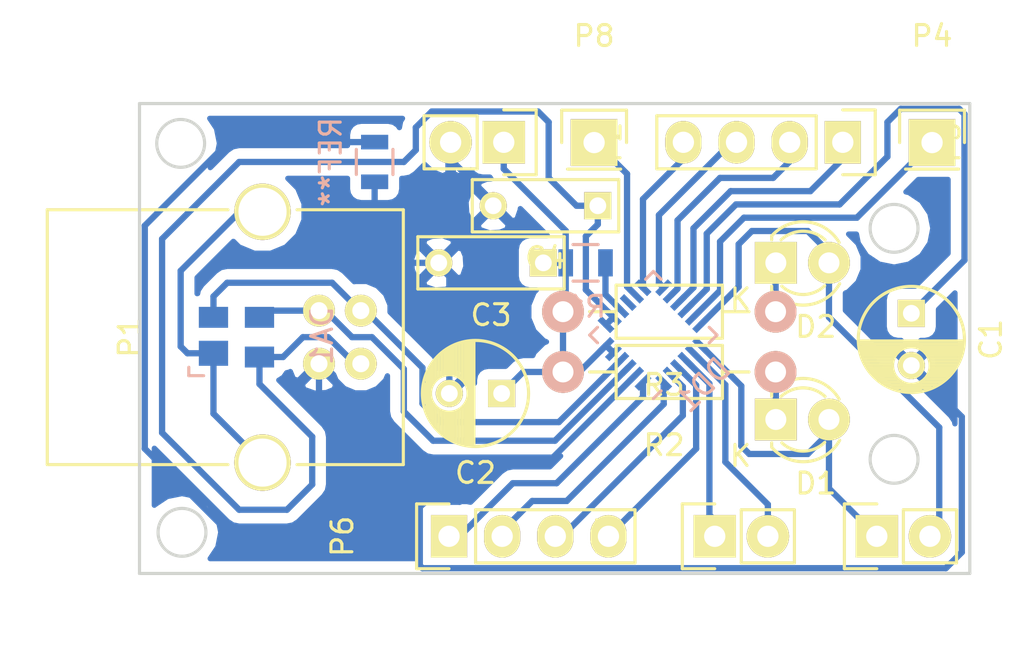
<source format=kicad_pcb>
(kicad_pcb (version 4) (host pcbnew 4.0.2+e4-6225~38~ubuntu15.10.1-stable)

  (general
    (links 43)
    (no_connects 1)
    (area 141.605 91.821 190.563501 123.507501)
    (thickness 1.6)
    (drawings 9)
    (tracks 206)
    (zones 0)
    (modules 20)
    (nets 26)
  )

  (page A4)
  (layers
    (0 F.Cu signal hide)
    (31 B.Cu signal)
    (32 B.Adhes user)
    (33 F.Adhes user)
    (34 B.Paste user)
    (35 F.Paste user)
    (36 B.SilkS user)
    (37 F.SilkS user)
    (38 B.Mask user)
    (39 F.Mask user)
    (40 Dwgs.User user)
    (41 Cmts.User user)
    (42 Eco1.User user)
    (43 Eco2.User user)
    (44 Edge.Cuts user)
    (45 Margin user)
    (46 B.CrtYd user)
    (47 F.CrtYd user)
    (48 B.Fab user)
    (49 F.Fab user)
  )

  (setup
    (last_trace_width 0.4)
    (trace_clearance 0.4)
    (zone_clearance 0.508)
    (zone_45_only no)
    (trace_min 0.2)
    (segment_width 0.2)
    (edge_width 0.15)
    (via_size 0.7)
    (via_drill 0.6)
    (via_min_size 0.4)
    (via_min_drill 0.3)
    (uvia_size 0.7)
    (uvia_drill 0.6)
    (uvias_allowed no)
    (uvia_min_size 0.2)
    (uvia_min_drill 0.1)
    (pcb_text_width 0.3)
    (pcb_text_size 1.5 1.5)
    (mod_edge_width 0.15)
    (mod_text_size 1 1)
    (mod_text_width 0.15)
    (pad_size 1.524 1.524)
    (pad_drill 0.762)
    (pad_to_mask_clearance 0.2)
    (aux_axis_origin 0 0)
    (visible_elements FFFFFF7F)
    (pcbplotparams
      (layerselection 0x00030_80000001)
      (usegerberextensions false)
      (excludeedgelayer true)
      (linewidth 0.100000)
      (plotframeref false)
      (viasonmask false)
      (mode 1)
      (useauxorigin false)
      (hpglpennumber 1)
      (hpglpenspeed 20)
      (hpglpendiameter 15)
      (hpglpenoverlay 2)
      (psnegative false)
      (psa4output false)
      (plotreference true)
      (plotvalue true)
      (plotinvisibletext false)
      (padsonsilk false)
      (subtractmaskfromsilk false)
      (outputformat 1)
      (mirror false)
      (drillshape 1)
      (scaleselection 1)
      (outputdirectory ""))
  )

  (net 0 "")
  (net 1 "Net-(C1-Pad1)")
  (net 2 "Net-(C1-Pad2)")
  (net 3 "Net-(C2-Pad1)")
  (net 4 "Net-(C4-Pad1)")
  (net 5 "Net-(D1-Pad2)")
  (net 6 "Net-(D1-Pad1)")
  (net 7 "Net-(D2-Pad2)")
  (net 8 "Net-(D2-Pad1)")
  (net 9 "Net-(DA1-Pad1)")
  (net 10 "Net-(DA1-Pad3)")
  (net 11 "Net-(DD1-Pad1)")
  (net 12 "Net-(DD1-Pad9)")
  (net 13 "Net-(DD1-Pad11)")
  (net 14 "Net-(DD1-Pad12)")
  (net 15 "Net-(DD1-Pad13)")
  (net 16 "Net-(DD1-Pad14)")
  (net 17 "Net-(DD1-Pad17)")
  (net 18 "Net-(DD1-Pad20)")
  (net 19 "Net-(DD1-Pad21)")
  (net 20 "Net-(DD1-Pad22)")
  (net 21 "Net-(DD1-Pad23)")
  (net 22 "Net-(DD1-Pad24)")
  (net 23 "Net-(DD1-Pad15)")
  (net 24 "Net-(DD1-Pad10)")
  (net 25 "Net-(DA1-Pad2)")

  (net_class Default "Это класс цепей по умолчанию."
    (clearance 0.4)
    (trace_width 0.4)
    (via_dia 0.7)
    (via_drill 0.6)
    (uvia_dia 0.7)
    (uvia_drill 0.6)
    (add_net "Net-(C1-Pad1)")
    (add_net "Net-(C1-Pad2)")
    (add_net "Net-(C2-Pad1)")
    (add_net "Net-(C4-Pad1)")
    (add_net "Net-(D1-Pad1)")
    (add_net "Net-(D1-Pad2)")
    (add_net "Net-(D2-Pad1)")
    (add_net "Net-(D2-Pad2)")
    (add_net "Net-(DA1-Pad1)")
    (add_net "Net-(DA1-Pad2)")
    (add_net "Net-(DA1-Pad3)")
    (add_net "Net-(DD1-Pad1)")
    (add_net "Net-(DD1-Pad10)")
    (add_net "Net-(DD1-Pad11)")
    (add_net "Net-(DD1-Pad12)")
    (add_net "Net-(DD1-Pad13)")
    (add_net "Net-(DD1-Pad14)")
    (add_net "Net-(DD1-Pad15)")
    (add_net "Net-(DD1-Pad17)")
    (add_net "Net-(DD1-Pad20)")
    (add_net "Net-(DD1-Pad21)")
    (add_net "Net-(DD1-Pad22)")
    (add_net "Net-(DD1-Pad23)")
    (add_net "Net-(DD1-Pad24)")
    (add_net "Net-(DD1-Pad9)")
  )

  (module Capacitors_ThroughHole:C_Rect_L7_W2.5_P5 (layer F.Cu) (tedit 0) (tstamp 58048CA4)
    (at 167.5765 104.394 180)
    (descr "Film Capacitor Length 7mm x Width 2.5mm, Pitch 5mm")
    (tags Capacitor)
    (path /57FF8439)
    (fp_text reference C3 (at 2.5 -2.5 180) (layer F.SilkS)
      (effects (font (size 1 1) (thickness 0.15)))
    )
    (fp_text value 0.1 (at 2.5 2.5 180) (layer F.Fab)
      (effects (font (size 1 1) (thickness 0.15)))
    )
    (fp_line (start -1.25 -1.5) (end 6.25 -1.5) (layer F.CrtYd) (width 0.05))
    (fp_line (start 6.25 -1.5) (end 6.25 1.5) (layer F.CrtYd) (width 0.05))
    (fp_line (start 6.25 1.5) (end -1.25 1.5) (layer F.CrtYd) (width 0.05))
    (fp_line (start -1.25 1.5) (end -1.25 -1.5) (layer F.CrtYd) (width 0.05))
    (fp_line (start -1 -1.25) (end 6 -1.25) (layer F.SilkS) (width 0.15))
    (fp_line (start 6 -1.25) (end 6 1.25) (layer F.SilkS) (width 0.15))
    (fp_line (start 6 1.25) (end -1 1.25) (layer F.SilkS) (width 0.15))
    (fp_line (start -1 1.25) (end -1 -1.25) (layer F.SilkS) (width 0.15))
    (pad 1 thru_hole rect (at 0 0 180) (size 1.3 1.3) (drill 0.8) (layers *.Cu *.Mask F.SilkS)
      (net 3 "Net-(C2-Pad1)"))
    (pad 2 thru_hole circle (at 5 0 180) (size 1.3 1.3) (drill 0.8) (layers *.Cu *.Mask F.SilkS)
      (net 2 "Net-(C1-Pad2)"))
  )

  (module Pin_Headers:Pin_Header_Straight_1x04 (layer F.Cu) (tedit 0) (tstamp 58048CB7)
    (at 181.8894 98.6282 270)
    (descr "Through hole pin header")
    (tags "pin header")
    (path /58048C85)
    (fp_text reference P5 (at 0 -5.1 270) (layer F.SilkS)
      (effects (font (size 1 1) (thickness 0.15)))
    )
    (fp_text value CONN_4 (at 0 -3.1 270) (layer F.Fab)
      (effects (font (size 1 1) (thickness 0.15)))
    )
    (fp_line (start -1.75 -1.75) (end -1.75 9.4) (layer F.CrtYd) (width 0.05))
    (fp_line (start 1.75 -1.75) (end 1.75 9.4) (layer F.CrtYd) (width 0.05))
    (fp_line (start -1.75 -1.75) (end 1.75 -1.75) (layer F.CrtYd) (width 0.05))
    (fp_line (start -1.75 9.4) (end 1.75 9.4) (layer F.CrtYd) (width 0.05))
    (fp_line (start -1.27 1.27) (end -1.27 8.89) (layer F.SilkS) (width 0.15))
    (fp_line (start 1.27 1.27) (end 1.27 8.89) (layer F.SilkS) (width 0.15))
    (fp_line (start 1.55 -1.55) (end 1.55 0) (layer F.SilkS) (width 0.15))
    (fp_line (start -1.27 8.89) (end 1.27 8.89) (layer F.SilkS) (width 0.15))
    (fp_line (start 1.27 1.27) (end -1.27 1.27) (layer F.SilkS) (width 0.15))
    (fp_line (start -1.55 0) (end -1.55 -1.55) (layer F.SilkS) (width 0.15))
    (fp_line (start -1.55 -1.55) (end 1.55 -1.55) (layer F.SilkS) (width 0.15))
    (pad 1 thru_hole rect (at 0 0 270) (size 2.032 1.7272) (drill 1.016) (layers *.Cu *.Mask F.SilkS)
      (net 23 "Net-(DD1-Pad15)"))
    (pad 2 thru_hole oval (at 0 2.54 270) (size 2.032 1.7272) (drill 1.016) (layers *.Cu *.Mask F.SilkS)
      (net 16 "Net-(DD1-Pad14)"))
    (pad 3 thru_hole oval (at 0 5.08 270) (size 2.032 1.7272) (drill 1.016) (layers *.Cu *.Mask F.SilkS)
      (net 15 "Net-(DD1-Pad13)"))
    (pad 4 thru_hole oval (at 0 7.62 270) (size 2.032 1.7272) (drill 1.016) (layers *.Cu *.Mask F.SilkS)
      (net 14 "Net-(DD1-Pad12)"))
    (model Pin_Headers.3dshapes/Pin_Header_Straight_1x04.wrl
      (at (xyz 0 -0.15 0))
      (scale (xyz 1 1 1))
      (rotate (xyz 0 0 90))
    )
  )

  (module Capacitors_ThroughHole:C_Radial_D5_L6_P2.5 (layer F.Cu) (tedit 0) (tstamp 57FF89D4)
    (at 165.5826 110.6424 180)
    (descr "Radial Electrolytic Capacitor Diameter 5mm x Length 6mm, Pitch 2.5mm")
    (tags "Electrolytic Capacitor")
    (path /57FF83A0)
    (fp_text reference C2 (at 1.25 -3.8 180) (layer F.SilkS)
      (effects (font (size 1 1) (thickness 0.15)))
    )
    (fp_text value 4.7 (at 1.25 3.8 180) (layer F.Fab)
      (effects (font (size 1 1) (thickness 0.15)))
    )
    (fp_line (start 1.325 -2.499) (end 1.325 2.499) (layer F.SilkS) (width 0.15))
    (fp_line (start 1.465 -2.491) (end 1.465 2.491) (layer F.SilkS) (width 0.15))
    (fp_line (start 1.605 -2.475) (end 1.605 -0.095) (layer F.SilkS) (width 0.15))
    (fp_line (start 1.605 0.095) (end 1.605 2.475) (layer F.SilkS) (width 0.15))
    (fp_line (start 1.745 -2.451) (end 1.745 -0.49) (layer F.SilkS) (width 0.15))
    (fp_line (start 1.745 0.49) (end 1.745 2.451) (layer F.SilkS) (width 0.15))
    (fp_line (start 1.885 -2.418) (end 1.885 -0.657) (layer F.SilkS) (width 0.15))
    (fp_line (start 1.885 0.657) (end 1.885 2.418) (layer F.SilkS) (width 0.15))
    (fp_line (start 2.025 -2.377) (end 2.025 -0.764) (layer F.SilkS) (width 0.15))
    (fp_line (start 2.025 0.764) (end 2.025 2.377) (layer F.SilkS) (width 0.15))
    (fp_line (start 2.165 -2.327) (end 2.165 -0.835) (layer F.SilkS) (width 0.15))
    (fp_line (start 2.165 0.835) (end 2.165 2.327) (layer F.SilkS) (width 0.15))
    (fp_line (start 2.305 -2.266) (end 2.305 -0.879) (layer F.SilkS) (width 0.15))
    (fp_line (start 2.305 0.879) (end 2.305 2.266) (layer F.SilkS) (width 0.15))
    (fp_line (start 2.445 -2.196) (end 2.445 -0.898) (layer F.SilkS) (width 0.15))
    (fp_line (start 2.445 0.898) (end 2.445 2.196) (layer F.SilkS) (width 0.15))
    (fp_line (start 2.585 -2.114) (end 2.585 -0.896) (layer F.SilkS) (width 0.15))
    (fp_line (start 2.585 0.896) (end 2.585 2.114) (layer F.SilkS) (width 0.15))
    (fp_line (start 2.725 -2.019) (end 2.725 -0.871) (layer F.SilkS) (width 0.15))
    (fp_line (start 2.725 0.871) (end 2.725 2.019) (layer F.SilkS) (width 0.15))
    (fp_line (start 2.865 -1.908) (end 2.865 -0.823) (layer F.SilkS) (width 0.15))
    (fp_line (start 2.865 0.823) (end 2.865 1.908) (layer F.SilkS) (width 0.15))
    (fp_line (start 3.005 -1.78) (end 3.005 -0.745) (layer F.SilkS) (width 0.15))
    (fp_line (start 3.005 0.745) (end 3.005 1.78) (layer F.SilkS) (width 0.15))
    (fp_line (start 3.145 -1.631) (end 3.145 -0.628) (layer F.SilkS) (width 0.15))
    (fp_line (start 3.145 0.628) (end 3.145 1.631) (layer F.SilkS) (width 0.15))
    (fp_line (start 3.285 -1.452) (end 3.285 -0.44) (layer F.SilkS) (width 0.15))
    (fp_line (start 3.285 0.44) (end 3.285 1.452) (layer F.SilkS) (width 0.15))
    (fp_line (start 3.425 -1.233) (end 3.425 1.233) (layer F.SilkS) (width 0.15))
    (fp_line (start 3.565 -0.944) (end 3.565 0.944) (layer F.SilkS) (width 0.15))
    (fp_line (start 3.705 -0.472) (end 3.705 0.472) (layer F.SilkS) (width 0.15))
    (fp_circle (center 2.5 0) (end 2.5 -0.9) (layer F.SilkS) (width 0.15))
    (fp_circle (center 1.25 0) (end 1.25 -2.5375) (layer F.SilkS) (width 0.15))
    (fp_circle (center 1.25 0) (end 1.25 -2.8) (layer F.CrtYd) (width 0.05))
    (pad 1 thru_hole rect (at 0 0 180) (size 1.3 1.3) (drill 0.8) (layers *.Cu *.Mask F.SilkS)
      (net 3 "Net-(C2-Pad1)"))
    (pad 2 thru_hole circle (at 2.5 0 180) (size 1.3 1.3) (drill 0.8) (layers *.Cu *.Mask F.SilkS)
      (net 2 "Net-(C1-Pad2)"))
    (model Capacitors_ThroughHole.3dshapes/C_Radial_D5_L6_P2.5.wrl
      (at (xyz 0.0492126 0 0))
      (scale (xyz 1 1 1))
      (rotate (xyz 0 0 90))
    )
  )

  (module TO_SOT_Packages_SMD:SOT-143 (layer B.Cu) (tedit 54E9244B) (tstamp 57FF89F4)
    (at 152.908 107.95 90)
    (descr SOT-143)
    (tags SOT-143)
    (path /57FF7AEA)
    (attr smd)
    (fp_text reference DA1 (at 0.07874 4.0894 90) (layer B.SilkS)
      (effects (font (size 1 1) (thickness 0.15)) (justify mirror))
    )
    (fp_text value SP0503BAHT (at -0.03048 -4.24942 90) (layer B.Fab)
      (effects (font (size 1 1) (thickness 0.15)) (justify mirror))
    )
    (fp_line (start -1.8415 -1.56972) (end -1.8415 -2.27838) (layer B.SilkS) (width 0.15))
    (fp_line (start -1.8415 -2.27838) (end -1.44018 -2.27838) (layer B.SilkS) (width 0.15))
    (pad 1 smd rect (at -0.76962 -1.09982 90) (size 1.19888 1.39954) (layers B.Cu B.Paste B.Mask)
      (net 9 "Net-(DA1-Pad1)"))
    (pad 2 smd rect (at 0.94996 -1.09982 90) (size 1.00076 1.39954) (layers B.Cu B.Paste B.Mask)
      (net 25 "Net-(DA1-Pad2)"))
    (pad 3 smd rect (at 0.94996 1.09982 90) (size 1.00076 1.39954) (layers B.Cu B.Paste B.Mask)
      (net 10 "Net-(DA1-Pad3)"))
    (pad 4 smd rect (at -0.94996 1.09982 90) (size 1.00076 1.39954) (layers B.Cu B.Paste B.Mask)
      (net 4 "Net-(C4-Pad1)"))
    (model TO_SOT_Packages_SMD.3dshapes/SOT-143.wrl
      (at (xyz 0 0 0))
      (scale (xyz 1 1 1))
      (rotate (xyz 0 0 0))
    )
  )

  (module Housings_DFN_QFN:QFN-24_4x4mm_Pitch0.5mm_NoMask (layer B.Cu) (tedit 57CEA38E) (tstamp 57FF8A11)
    (at 172.8343 107.8484 45)
    (descr "24-Lead Plastic Quad Flat, No Lead Package (MJ) - 4x4x0.9 mm Body [QFN]; (see Microchip Packaging Specification 00000049BS.pdf)")
    (tags "QFN 0.5")
    (path /57FF75B0)
    (attr smd)
    (fp_text reference DD1 (at 0 3.375 45) (layer B.SilkS)
      (effects (font (size 1 1) (thickness 0.15)) (justify mirror))
    )
    (fp_text value CP2110 (at 0 -3.375 45) (layer B.Fab)
      (effects (font (size 1 1) (thickness 0.15)) (justify mirror))
    )
    (fp_line (start -1 2) (end 2 2) (layer B.Fab) (width 0.15))
    (fp_line (start 2 2) (end 2 -2) (layer B.Fab) (width 0.15))
    (fp_line (start 2 -2) (end -2 -2) (layer B.Fab) (width 0.15))
    (fp_line (start -2 -2) (end -2 1) (layer B.Fab) (width 0.15))
    (fp_line (start -2 1) (end -1 2) (layer B.Fab) (width 0.15))
    (fp_line (start -2.65 2.65) (end -2.65 -2.65) (layer B.CrtYd) (width 0.05))
    (fp_line (start 2.65 2.65) (end 2.65 -2.65) (layer B.CrtYd) (width 0.05))
    (fp_line (start -2.65 2.65) (end 2.65 2.65) (layer B.CrtYd) (width 0.05))
    (fp_line (start -2.65 -2.65) (end 2.65 -2.65) (layer B.CrtYd) (width 0.05))
    (fp_line (start 2.15 2.15) (end 2.15 1.625) (layer B.SilkS) (width 0.15))
    (fp_line (start -2.15 -2.15) (end -2.15 -1.625) (layer B.SilkS) (width 0.15))
    (fp_line (start 2.15 -2.15) (end 2.15 -1.625) (layer B.SilkS) (width 0.15))
    (fp_line (start -2.15 2.15) (end -1.625 2.15) (layer B.SilkS) (width 0.15))
    (fp_line (start -2.15 -2.15) (end -1.625 -2.15) (layer B.SilkS) (width 0.15))
    (fp_line (start 2.15 -2.15) (end 1.625 -2.15) (layer B.SilkS) (width 0.15))
    (fp_line (start 2.15 2.15) (end 1.625 2.15) (layer B.SilkS) (width 0.15))
    (pad 1 smd rect (at -1.95 1.25 45) (size 0.85 0.3) (layers B.Cu B.Paste B.Mask)
      (net 11 "Net-(DD1-Pad1)"))
    (pad 2 smd rect (at -1.95 0.75 45) (size 0.85 0.3) (layers B.Cu B.Paste B.Mask)
      (net 2 "Net-(C1-Pad2)"))
    (pad 3 smd rect (at -1.95 0.25 45) (size 0.85 0.3) (layers B.Cu B.Paste B.Mask)
      (net 10 "Net-(DA1-Pad3)"))
    (pad 4 smd rect (at -1.95 -0.25 45) (size 0.85 0.3) (layers B.Cu B.Paste B.Mask)
      (net 25 "Net-(DA1-Pad2)"))
    (pad 5 smd rect (at -1.95 -0.75 45) (size 0.85 0.3) (layers B.Cu B.Paste B.Mask)
      (net 3 "Net-(C2-Pad1)"))
    (pad 6 smd rect (at -1.95 -1.25 45) (size 0.85 0.3) (layers B.Cu B.Paste B.Mask)
      (net 3 "Net-(C2-Pad1)"))
    (pad 7 smd rect (at -1.25 -1.95 315) (size 0.85 0.3) (layers B.Cu B.Paste B.Mask)
      (net 4 "Net-(C4-Pad1)"))
    (pad 8 smd rect (at -0.75 -1.95 315) (size 0.85 0.3) (layers B.Cu B.Paste B.Mask)
      (net 4 "Net-(C4-Pad1)"))
    (pad 9 smd rect (at -0.25 -1.95 315) (size 0.85 0.3) (layers B.Cu B.Paste B.Mask)
      (net 12 "Net-(DD1-Pad9)"))
    (pad 10 smd rect (at 0.25 -1.95 315) (size 0.85 0.3) (layers B.Cu B.Paste B.Mask)
      (net 24 "Net-(DD1-Pad10)"))
    (pad 11 smd rect (at 0.75 -1.95 315) (size 0.85 0.3) (layers B.Cu B.Paste B.Mask)
      (net 13 "Net-(DD1-Pad11)"))
    (pad 12 smd rect (at 1.25 -1.95 315) (size 0.85 0.3) (layers B.Cu B.Paste B.Mask)
      (net 14 "Net-(DD1-Pad12)"))
    (pad 13 smd rect (at 1.95 -1.25 45) (size 0.85 0.3) (layers B.Cu B.Paste B.Mask)
      (net 15 "Net-(DD1-Pad13)"))
    (pad 14 smd rect (at 1.95 -0.75 45) (size 0.85 0.3) (layers B.Cu B.Paste B.Mask)
      (net 16 "Net-(DD1-Pad14)"))
    (pad 15 smd rect (at 1.95 -0.25 45) (size 0.85 0.3) (layers B.Cu B.Paste B.Mask)
      (net 23 "Net-(DD1-Pad15)"))
    (pad 16 smd rect (at 1.95 0.25 45) (size 0.85 0.3) (layers B.Cu B.Paste B.Mask)
      (net 1 "Net-(C1-Pad1)"))
    (pad 17 smd rect (at 1.95 0.75 45) (size 0.85 0.3) (layers B.Cu B.Paste B.Mask)
      (net 17 "Net-(DD1-Pad17)"))
    (pad 18 smd rect (at 1.95 1.25 45) (size 0.85 0.3) (layers B.Cu B.Paste B.Mask)
      (net 7 "Net-(D2-Pad2)"))
    (pad 19 smd rect (at 1.25 1.95 315) (size 0.85 0.3) (layers B.Cu B.Paste B.Mask)
      (net 5 "Net-(D1-Pad2)"))
    (pad 20 smd rect (at 0.75 1.95 315) (size 0.85 0.3) (layers B.Cu B.Paste B.Mask)
      (net 18 "Net-(DD1-Pad20)"))
    (pad 21 smd rect (at 0.25 1.95 315) (size 0.85 0.3) (layers B.Cu B.Paste B.Mask)
      (net 19 "Net-(DD1-Pad21)"))
    (pad 22 smd rect (at -0.25 1.95 315) (size 0.85 0.3) (layers B.Cu B.Paste B.Mask)
      (net 20 "Net-(DD1-Pad22)"))
    (pad 23 smd rect (at -0.75 1.95 315) (size 0.85 0.3) (layers B.Cu B.Paste B.Mask)
      (net 21 "Net-(DD1-Pad23)"))
    (pad 24 smd rect (at -1.25 1.95 315) (size 0.85 0.3) (layers B.Cu B.Paste B.Mask)
      (net 22 "Net-(DD1-Pad24)"))
    (pad 25 smd rect (at 0 0 45) (size 2.6 2.6) (layers B.Mask)
      (solder_paste_margin_ratio -0.2))
    (model Housings_DFN_QFN.3dshapes/QFN-24-1EP_4x4mm_Pitch0.5mm.wrl
      (at (xyz 0 0 0))
      (scale (xyz 1 1 1))
      (rotate (xyz 0 0 0))
    )
  )

  (module Connect:USB_B (layer F.Cu) (tedit 55B36073) (tstamp 57FF8A1B)
    (at 158.8516 109.22 180)
    (descr "USB B connector")
    (tags "USB_B USB_DEV")
    (path /57FFD14B)
    (fp_text reference P1 (at 11.049 1.27 270) (layer F.SilkS)
      (effects (font (size 1 1) (thickness 0.15)))
    )
    (fp_text value CONN_5 (at 4.699 1.27 270) (layer F.Fab)
      (effects (font (size 1 1) (thickness 0.15)))
    )
    (fp_line (start 15.25 8.9) (end -2.3 8.9) (layer F.CrtYd) (width 0.05))
    (fp_line (start -2.3 8.9) (end -2.3 -6.35) (layer F.CrtYd) (width 0.05))
    (fp_line (start -2.3 -6.35) (end 15.25 -6.35) (layer F.CrtYd) (width 0.05))
    (fp_line (start 15.25 -6.35) (end 15.25 8.9) (layer F.CrtYd) (width 0.05))
    (fp_line (start 6.35 7.366) (end 14.986 7.366) (layer F.SilkS) (width 0.15))
    (fp_line (start -2.032 7.366) (end 3.048 7.366) (layer F.SilkS) (width 0.15))
    (fp_line (start 6.35 -4.826) (end 14.986 -4.826) (layer F.SilkS) (width 0.15))
    (fp_line (start -2.032 -4.826) (end 3.048 -4.826) (layer F.SilkS) (width 0.15))
    (fp_line (start 14.986 -4.826) (end 14.986 7.366) (layer F.SilkS) (width 0.15))
    (fp_line (start -2.032 7.366) (end -2.032 -4.826) (layer F.SilkS) (width 0.15))
    (pad 2 thru_hole circle (at 0 2.54 90) (size 1.524 1.524) (drill 0.8128) (layers *.Cu *.Mask F.SilkS)
      (net 25 "Net-(DA1-Pad2)"))
    (pad 1 thru_hole circle (at 0 0 90) (size 1.524 1.524) (drill 0.8128) (layers *.Cu *.Mask F.SilkS)
      (net 4 "Net-(C4-Pad1)"))
    (pad 4 thru_hole circle (at 1.99898 0 90) (size 1.524 1.524) (drill 0.8128) (layers *.Cu *.Mask F.SilkS)
      (net 2 "Net-(C1-Pad2)"))
    (pad 3 thru_hole circle (at 1.99898 2.54 90) (size 1.524 1.524) (drill 0.8128) (layers *.Cu *.Mask F.SilkS)
      (net 10 "Net-(DA1-Pad3)"))
    (pad 5 thru_hole circle (at 4.699 7.26948 90) (size 2.70002 2.70002) (drill 2.30124) (layers *.Cu *.Mask F.SilkS)
      (net 9 "Net-(DA1-Pad1)"))
    (pad 5 thru_hole circle (at 4.699 -4.72948 90) (size 2.70002 2.70002) (drill 2.30124) (layers *.Cu *.Mask F.SilkS)
      (net 9 "Net-(DA1-Pad1)"))
    (model Connect.3dshapes/USB_B.wrl
      (at (xyz 0.185 -0.05 0.001))
      (scale (xyz 0.3937 0.3937 0.3937))
      (rotate (xyz 0 0 -90))
    )
  )

  (module Pin_Headers:Pin_Header_Straight_1x02 (layer F.Cu) (tedit 54EA090C) (tstamp 57FF8A21)
    (at 165.6842 98.6282 270)
    (descr "Through hole pin header")
    (tags "pin header")
    (path /57FFB9C0)
    (fp_text reference P2 (at 0 -5.1 270) (layer F.SilkS)
      (effects (font (size 1 1) (thickness 0.15)))
    )
    (fp_text value CONN_2 (at 0 -3.1 270) (layer F.Fab)
      (effects (font (size 1 1) (thickness 0.15)))
    )
    (fp_line (start 1.27 1.27) (end 1.27 3.81) (layer F.SilkS) (width 0.15))
    (fp_line (start 1.55 -1.55) (end 1.55 0) (layer F.SilkS) (width 0.15))
    (fp_line (start -1.75 -1.75) (end -1.75 4.3) (layer F.CrtYd) (width 0.05))
    (fp_line (start 1.75 -1.75) (end 1.75 4.3) (layer F.CrtYd) (width 0.05))
    (fp_line (start -1.75 -1.75) (end 1.75 -1.75) (layer F.CrtYd) (width 0.05))
    (fp_line (start -1.75 4.3) (end 1.75 4.3) (layer F.CrtYd) (width 0.05))
    (fp_line (start 1.27 1.27) (end -1.27 1.27) (layer F.SilkS) (width 0.15))
    (fp_line (start -1.55 0) (end -1.55 -1.55) (layer F.SilkS) (width 0.15))
    (fp_line (start -1.55 -1.55) (end 1.55 -1.55) (layer F.SilkS) (width 0.15))
    (fp_line (start -1.27 1.27) (end -1.27 3.81) (layer F.SilkS) (width 0.15))
    (fp_line (start -1.27 3.81) (end 1.27 3.81) (layer F.SilkS) (width 0.15))
    (pad 1 thru_hole rect (at 0 0 270) (size 2.032 2.032) (drill 1.016) (layers *.Cu *.Mask F.SilkS)
      (net 3 "Net-(C2-Pad1)"))
    (pad 2 thru_hole oval (at 0 2.54 270) (size 2.032 2.032) (drill 1.016) (layers *.Cu *.Mask F.SilkS)
      (net 2 "Net-(C1-Pad2)"))
    (model Pin_Headers.3dshapes/Pin_Header_Straight_1x02.wrl
      (at (xyz 0 -0.05 0))
      (scale (xyz 1 1 1))
      (rotate (xyz 0 0 90))
    )
  )

  (module Pin_Headers:Pin_Header_Straight_1x02 (layer F.Cu) (tedit 54EA090C) (tstamp 57FF8A27)
    (at 175.768 117.475 90)
    (descr "Through hole pin header")
    (tags "pin header")
    (path /57FF9D8F)
    (fp_text reference P3 (at 0 -5.1 90) (layer F.SilkS)
      (effects (font (size 1 1) (thickness 0.15)))
    )
    (fp_text value CONN_2 (at 0 -3.1 90) (layer F.Fab)
      (effects (font (size 1 1) (thickness 0.15)))
    )
    (fp_line (start 1.27 1.27) (end 1.27 3.81) (layer F.SilkS) (width 0.15))
    (fp_line (start 1.55 -1.55) (end 1.55 0) (layer F.SilkS) (width 0.15))
    (fp_line (start -1.75 -1.75) (end -1.75 4.3) (layer F.CrtYd) (width 0.05))
    (fp_line (start 1.75 -1.75) (end 1.75 4.3) (layer F.CrtYd) (width 0.05))
    (fp_line (start -1.75 -1.75) (end 1.75 -1.75) (layer F.CrtYd) (width 0.05))
    (fp_line (start -1.75 4.3) (end 1.75 4.3) (layer F.CrtYd) (width 0.05))
    (fp_line (start 1.27 1.27) (end -1.27 1.27) (layer F.SilkS) (width 0.15))
    (fp_line (start -1.55 0) (end -1.55 -1.55) (layer F.SilkS) (width 0.15))
    (fp_line (start -1.55 -1.55) (end 1.55 -1.55) (layer F.SilkS) (width 0.15))
    (fp_line (start -1.27 1.27) (end -1.27 3.81) (layer F.SilkS) (width 0.15))
    (fp_line (start -1.27 3.81) (end 1.27 3.81) (layer F.SilkS) (width 0.15))
    (pad 1 thru_hole rect (at 0 0 90) (size 2.032 2.032) (drill 1.016) (layers *.Cu *.Mask F.SilkS)
      (net 19 "Net-(DD1-Pad21)"))
    (pad 2 thru_hole oval (at 0 2.54 90) (size 2.032 2.032) (drill 1.016) (layers *.Cu *.Mask F.SilkS)
      (net 18 "Net-(DD1-Pad20)"))
    (model Pin_Headers.3dshapes/Pin_Header_Straight_1x02.wrl
      (at (xyz 0 -0.05 0))
      (scale (xyz 1 1 1))
      (rotate (xyz 0 0 90))
    )
  )

  (module Capacitors_ThroughHole:C_Rect_L7_W2.5_P5 (layer F.Cu) (tedit 0) (tstamp 57FF96CF)
    (at 170.18 101.6635 180)
    (descr "Film Capacitor Length 7mm x Width 2.5mm, Pitch 5mm")
    (tags Capacitor)
    (path /57FF80D7)
    (fp_text reference C4 (at 2.5 -2.5 180) (layer F.SilkS)
      (effects (font (size 1 1) (thickness 0.15)))
    )
    (fp_text value 1.0 (at 2.5 2.5 180) (layer F.Fab)
      (effects (font (size 1 1) (thickness 0.15)))
    )
    (fp_line (start -1.25 -1.5) (end 6.25 -1.5) (layer F.CrtYd) (width 0.05))
    (fp_line (start 6.25 -1.5) (end 6.25 1.5) (layer F.CrtYd) (width 0.05))
    (fp_line (start 6.25 1.5) (end -1.25 1.5) (layer F.CrtYd) (width 0.05))
    (fp_line (start -1.25 1.5) (end -1.25 -1.5) (layer F.CrtYd) (width 0.05))
    (fp_line (start -1 -1.25) (end 6 -1.25) (layer F.SilkS) (width 0.15))
    (fp_line (start 6 -1.25) (end 6 1.25) (layer F.SilkS) (width 0.15))
    (fp_line (start 6 1.25) (end -1 1.25) (layer F.SilkS) (width 0.15))
    (fp_line (start -1 1.25) (end -1 -1.25) (layer F.SilkS) (width 0.15))
    (pad 1 thru_hole rect (at 0 0 180) (size 1.3 1.3) (drill 0.8) (layers *.Cu *.Mask F.SilkS)
      (net 4 "Net-(C4-Pad1)"))
    (pad 2 thru_hole circle (at 5 0 180) (size 1.3 1.3) (drill 0.8) (layers *.Cu *.Mask F.SilkS)
      (net 2 "Net-(C1-Pad2)"))
  )

  (module LEDs:LED-3MM (layer F.Cu) (tedit 559B82F6) (tstamp 57FF96D4)
    (at 178.689 111.887)
    (descr "LED 3mm round vertical")
    (tags "LED  3mm round vertical")
    (path /57FF9810)
    (fp_text reference D1 (at 1.91 3.06) (layer F.SilkS)
      (effects (font (size 1 1) (thickness 0.15)))
    )
    (fp_text value LED (at 1.3 -2.9) (layer F.Fab)
      (effects (font (size 1 1) (thickness 0.15)))
    )
    (fp_line (start -1.2 2.3) (end 3.8 2.3) (layer F.CrtYd) (width 0.05))
    (fp_line (start 3.8 2.3) (end 3.8 -2.2) (layer F.CrtYd) (width 0.05))
    (fp_line (start 3.8 -2.2) (end -1.2 -2.2) (layer F.CrtYd) (width 0.05))
    (fp_line (start -1.2 -2.2) (end -1.2 2.3) (layer F.CrtYd) (width 0.05))
    (fp_line (start -0.199 1.314) (end -0.199 1.114) (layer F.SilkS) (width 0.15))
    (fp_line (start -0.199 -1.28) (end -0.199 -1.1) (layer F.SilkS) (width 0.15))
    (fp_arc (start 1.301 0.034) (end -0.199 -1.286) (angle 108.5) (layer F.SilkS) (width 0.15))
    (fp_arc (start 1.301 0.034) (end 0.25 -1.1) (angle 85.7) (layer F.SilkS) (width 0.15))
    (fp_arc (start 1.311 0.034) (end 3.051 0.994) (angle 110) (layer F.SilkS) (width 0.15))
    (fp_arc (start 1.301 0.034) (end 2.335 1.094) (angle 87.5) (layer F.SilkS) (width 0.15))
    (fp_text user K (at -1.69 1.74) (layer F.SilkS)
      (effects (font (size 1 1) (thickness 0.15)))
    )
    (pad 1 thru_hole rect (at 0 0 90) (size 2 2) (drill 1.00076) (layers *.Cu *.Mask F.SilkS)
      (net 6 "Net-(D1-Pad1)"))
    (pad 2 thru_hole circle (at 2.54 0) (size 2 2) (drill 1.00076) (layers *.Cu *.Mask F.SilkS)
      (net 5 "Net-(D1-Pad2)"))
    (model LEDs.3dshapes/LED-3MM.wrl
      (at (xyz 0.05 0 0))
      (scale (xyz 1 1 1))
      (rotate (xyz 0 0 90))
    )
  )

  (module LEDs:LED-3MM (layer F.Cu) (tedit 5804935D) (tstamp 57FF96D9)
    (at 178.689 104.394)
    (descr "LED 3mm round vertical")
    (tags "LED  3mm round vertical")
    (path /57FF9885)
    (fp_text reference D2 (at 1.91 3.06) (layer F.SilkS)
      (effects (font (size 1 1) (thickness 0.15)))
    )
    (fp_text value LED (at 0.9525 -2.9718) (layer F.Fab)
      (effects (font (size 1 1) (thickness 0.15)))
    )
    (fp_line (start -1.2 2.3) (end 3.8 2.3) (layer F.CrtYd) (width 0.05))
    (fp_line (start 3.8 2.3) (end 3.8 -2.2) (layer F.CrtYd) (width 0.05))
    (fp_line (start 3.8 -2.2) (end -1.2 -2.2) (layer F.CrtYd) (width 0.05))
    (fp_line (start -1.2 -2.2) (end -1.2 2.3) (layer F.CrtYd) (width 0.05))
    (fp_line (start -0.199 1.314) (end -0.199 1.114) (layer F.SilkS) (width 0.15))
    (fp_line (start -0.199 -1.28) (end -0.199 -1.1) (layer F.SilkS) (width 0.15))
    (fp_arc (start 1.301 0.034) (end -0.199 -1.286) (angle 108.5) (layer F.SilkS) (width 0.15))
    (fp_arc (start 1.301 0.034) (end 0.25 -1.1) (angle 85.7) (layer F.SilkS) (width 0.15))
    (fp_arc (start 1.311 0.034) (end 3.051 0.994) (angle 110) (layer F.SilkS) (width 0.15))
    (fp_arc (start 1.301 0.034) (end 2.335 1.094) (angle 87.5) (layer F.SilkS) (width 0.15))
    (fp_text user K (at -1.69 1.74) (layer F.SilkS)
      (effects (font (size 1 1) (thickness 0.15)))
    )
    (pad 1 thru_hole rect (at 0 0 90) (size 2 2) (drill 1.00076) (layers *.Cu *.Mask F.SilkS)
      (net 8 "Net-(D2-Pad1)"))
    (pad 2 thru_hole circle (at 2.54 0) (size 2 2) (drill 1.00076) (layers *.Cu *.Mask F.SilkS)
      (net 7 "Net-(D2-Pad2)"))
    (model LEDs.3dshapes/LED-3MM.wrl
      (at (xyz 0.05 0 0))
      (scale (xyz 1 1 1))
      (rotate (xyz 0 0 90))
    )
  )

  (module Resistors_ThroughHole:Resistor_Horizontal_RM10mm (layer F.Cu) (tedit 56648415) (tstamp 58048CC3)
    (at 178.6763 109.6137 180)
    (descr "Resistor, Axial,  RM 10mm, 1/3W")
    (tags "Resistor Axial RM 10mm 1/3W")
    (path /57FF98F0)
    (fp_text reference R2 (at 5.32892 -3.50012 180) (layer F.SilkS)
      (effects (font (size 1 1) (thickness 0.15)))
    )
    (fp_text value 330 (at 5.08 3.81 180) (layer F.Fab)
      (effects (font (size 1 1) (thickness 0.15)))
    )
    (fp_line (start -1.25 -1.5) (end 11.4 -1.5) (layer F.CrtYd) (width 0.05))
    (fp_line (start -1.25 1.5) (end -1.25 -1.5) (layer F.CrtYd) (width 0.05))
    (fp_line (start 11.4 -1.5) (end 11.4 1.5) (layer F.CrtYd) (width 0.05))
    (fp_line (start -1.25 1.5) (end 11.4 1.5) (layer F.CrtYd) (width 0.05))
    (fp_line (start 2.54 -1.27) (end 7.62 -1.27) (layer F.SilkS) (width 0.15))
    (fp_line (start 7.62 -1.27) (end 7.62 1.27) (layer F.SilkS) (width 0.15))
    (fp_line (start 7.62 1.27) (end 2.54 1.27) (layer F.SilkS) (width 0.15))
    (fp_line (start 2.54 1.27) (end 2.54 -1.27) (layer F.SilkS) (width 0.15))
    (fp_line (start 2.54 0) (end 1.27 0) (layer F.SilkS) (width 0.15))
    (fp_line (start 7.62 0) (end 8.89 0) (layer F.SilkS) (width 0.15))
    (pad 1 thru_hole circle (at 0 0 180) (size 1.99898 1.99898) (drill 1.00076) (layers *.Cu *.SilkS *.Mask)
      (net 6 "Net-(D1-Pad1)"))
    (pad 2 thru_hole circle (at 10.16 0 180) (size 1.99898 1.99898) (drill 1.00076) (layers *.Cu *.SilkS *.Mask)
      (net 3 "Net-(C2-Pad1)"))
    (model Resistors_ThroughHole.3dshapes/Resistor_Horizontal_RM10mm.wrl
      (at (xyz 0.2 0 0))
      (scale (xyz 0.4 0.4 0.4))
      (rotate (xyz 0 0 0))
    )
  )

  (module Resistors_ThroughHole:Resistor_Horizontal_RM10mm (layer F.Cu) (tedit 56648415) (tstamp 58048CC8)
    (at 178.6763 106.7308 180)
    (descr "Resistor, Axial,  RM 10mm, 1/3W")
    (tags "Resistor Axial RM 10mm 1/3W")
    (path /57FF992F)
    (fp_text reference R3 (at 5.32892 -3.50012 180) (layer F.SilkS)
      (effects (font (size 1 1) (thickness 0.15)))
    )
    (fp_text value 330 (at 5.08 3.81 180) (layer F.Fab)
      (effects (font (size 1 1) (thickness 0.15)))
    )
    (fp_line (start -1.25 -1.5) (end 11.4 -1.5) (layer F.CrtYd) (width 0.05))
    (fp_line (start -1.25 1.5) (end -1.25 -1.5) (layer F.CrtYd) (width 0.05))
    (fp_line (start 11.4 -1.5) (end 11.4 1.5) (layer F.CrtYd) (width 0.05))
    (fp_line (start -1.25 1.5) (end 11.4 1.5) (layer F.CrtYd) (width 0.05))
    (fp_line (start 2.54 -1.27) (end 7.62 -1.27) (layer F.SilkS) (width 0.15))
    (fp_line (start 7.62 -1.27) (end 7.62 1.27) (layer F.SilkS) (width 0.15))
    (fp_line (start 7.62 1.27) (end 2.54 1.27) (layer F.SilkS) (width 0.15))
    (fp_line (start 2.54 1.27) (end 2.54 -1.27) (layer F.SilkS) (width 0.15))
    (fp_line (start 2.54 0) (end 1.27 0) (layer F.SilkS) (width 0.15))
    (fp_line (start 7.62 0) (end 8.89 0) (layer F.SilkS) (width 0.15))
    (pad 1 thru_hole circle (at 0 0 180) (size 1.99898 1.99898) (drill 1.00076) (layers *.Cu *.SilkS *.Mask)
      (net 8 "Net-(D2-Pad1)"))
    (pad 2 thru_hole circle (at 10.16 0 180) (size 1.99898 1.99898) (drill 1.00076) (layers *.Cu *.SilkS *.Mask)
      (net 3 "Net-(C2-Pad1)"))
    (model Resistors_ThroughHole.3dshapes/Resistor_Horizontal_RM10mm.wrl
      (at (xyz 0.2 0 0))
      (scale (xyz 0.4 0.4 0.4))
      (rotate (xyz 0 0 0))
    )
  )

  (module Resistors_SMD:R_0805 (layer B.Cu) (tedit 5415CDEB) (tstamp 58049304)
    (at 169.5958 104.394)
    (descr "Resistor SMD 0805, reflow soldering, Vishay (see dcrcw.pdf)")
    (tags "resistor 0805")
    (path /57FF8D37)
    (attr smd)
    (fp_text reference R1 (at 0 2.1) (layer B.SilkS)
      (effects (font (size 1 1) (thickness 0.15)) (justify mirror))
    )
    (fp_text value 4.7k (at 0 -2.1) (layer B.Fab)
      (effects (font (size 1 1) (thickness 0.15)) (justify mirror))
    )
    (fp_line (start -1.6 1) (end 1.6 1) (layer B.CrtYd) (width 0.05))
    (fp_line (start -1.6 -1) (end 1.6 -1) (layer B.CrtYd) (width 0.05))
    (fp_line (start -1.6 1) (end -1.6 -1) (layer B.CrtYd) (width 0.05))
    (fp_line (start 1.6 1) (end 1.6 -1) (layer B.CrtYd) (width 0.05))
    (fp_line (start 0.6 -0.875) (end -0.6 -0.875) (layer B.SilkS) (width 0.15))
    (fp_line (start -0.6 0.875) (end 0.6 0.875) (layer B.SilkS) (width 0.15))
    (pad 1 smd rect (at -0.95 0) (size 0.7 1.3) (layers B.Cu B.Paste B.Mask)
      (net 3 "Net-(C2-Pad1)"))
    (pad 2 smd rect (at 0.95 0) (size 0.7 1.3) (layers B.Cu B.Paste B.Mask)
      (net 12 "Net-(DD1-Pad9)"))
    (model Resistors_SMD.3dshapes/R_0805.wrl
      (at (xyz 0 0 0))
      (scale (xyz 1 1 1))
      (rotate (xyz 0 0 0))
    )
  )

  (module Capacitors_ThroughHole:C_Radial_D5_L6_P2.5 (layer F.Cu) (tedit 0) (tstamp 580493ED)
    (at 185.166 106.807 270)
    (descr "Radial Electrolytic Capacitor Diameter 5mm x Length 6mm, Pitch 2.5mm")
    (tags "Electrolytic Capacitor")
    (path /57FF8C97)
    (fp_text reference C1 (at 1.25 -3.8 270) (layer F.SilkS)
      (effects (font (size 1 1) (thickness 0.15)))
    )
    (fp_text value 4.7 (at 1.25 3.8 270) (layer F.Fab)
      (effects (font (size 1 1) (thickness 0.15)))
    )
    (fp_line (start 1.325 -2.499) (end 1.325 2.499) (layer F.SilkS) (width 0.15))
    (fp_line (start 1.465 -2.491) (end 1.465 2.491) (layer F.SilkS) (width 0.15))
    (fp_line (start 1.605 -2.475) (end 1.605 -0.095) (layer F.SilkS) (width 0.15))
    (fp_line (start 1.605 0.095) (end 1.605 2.475) (layer F.SilkS) (width 0.15))
    (fp_line (start 1.745 -2.451) (end 1.745 -0.49) (layer F.SilkS) (width 0.15))
    (fp_line (start 1.745 0.49) (end 1.745 2.451) (layer F.SilkS) (width 0.15))
    (fp_line (start 1.885 -2.418) (end 1.885 -0.657) (layer F.SilkS) (width 0.15))
    (fp_line (start 1.885 0.657) (end 1.885 2.418) (layer F.SilkS) (width 0.15))
    (fp_line (start 2.025 -2.377) (end 2.025 -0.764) (layer F.SilkS) (width 0.15))
    (fp_line (start 2.025 0.764) (end 2.025 2.377) (layer F.SilkS) (width 0.15))
    (fp_line (start 2.165 -2.327) (end 2.165 -0.835) (layer F.SilkS) (width 0.15))
    (fp_line (start 2.165 0.835) (end 2.165 2.327) (layer F.SilkS) (width 0.15))
    (fp_line (start 2.305 -2.266) (end 2.305 -0.879) (layer F.SilkS) (width 0.15))
    (fp_line (start 2.305 0.879) (end 2.305 2.266) (layer F.SilkS) (width 0.15))
    (fp_line (start 2.445 -2.196) (end 2.445 -0.898) (layer F.SilkS) (width 0.15))
    (fp_line (start 2.445 0.898) (end 2.445 2.196) (layer F.SilkS) (width 0.15))
    (fp_line (start 2.585 -2.114) (end 2.585 -0.896) (layer F.SilkS) (width 0.15))
    (fp_line (start 2.585 0.896) (end 2.585 2.114) (layer F.SilkS) (width 0.15))
    (fp_line (start 2.725 -2.019) (end 2.725 -0.871) (layer F.SilkS) (width 0.15))
    (fp_line (start 2.725 0.871) (end 2.725 2.019) (layer F.SilkS) (width 0.15))
    (fp_line (start 2.865 -1.908) (end 2.865 -0.823) (layer F.SilkS) (width 0.15))
    (fp_line (start 2.865 0.823) (end 2.865 1.908) (layer F.SilkS) (width 0.15))
    (fp_line (start 3.005 -1.78) (end 3.005 -0.745) (layer F.SilkS) (width 0.15))
    (fp_line (start 3.005 0.745) (end 3.005 1.78) (layer F.SilkS) (width 0.15))
    (fp_line (start 3.145 -1.631) (end 3.145 -0.628) (layer F.SilkS) (width 0.15))
    (fp_line (start 3.145 0.628) (end 3.145 1.631) (layer F.SilkS) (width 0.15))
    (fp_line (start 3.285 -1.452) (end 3.285 -0.44) (layer F.SilkS) (width 0.15))
    (fp_line (start 3.285 0.44) (end 3.285 1.452) (layer F.SilkS) (width 0.15))
    (fp_line (start 3.425 -1.233) (end 3.425 1.233) (layer F.SilkS) (width 0.15))
    (fp_line (start 3.565 -0.944) (end 3.565 0.944) (layer F.SilkS) (width 0.15))
    (fp_line (start 3.705 -0.472) (end 3.705 0.472) (layer F.SilkS) (width 0.15))
    (fp_circle (center 2.5 0) (end 2.5 -0.9) (layer F.SilkS) (width 0.15))
    (fp_circle (center 1.25 0) (end 1.25 -2.5375) (layer F.SilkS) (width 0.15))
    (fp_circle (center 1.25 0) (end 1.25 -2.8) (layer F.CrtYd) (width 0.05))
    (pad 1 thru_hole rect (at 0 0 270) (size 1.3 1.3) (drill 0.8) (layers *.Cu *.Mask F.SilkS)
      (net 1 "Net-(C1-Pad1)"))
    (pad 2 thru_hole circle (at 2.5 0 270) (size 1.3 1.3) (drill 0.8) (layers *.Cu *.Mask F.SilkS)
      (net 2 "Net-(C1-Pad2)"))
    (model Capacitors_ThroughHole.3dshapes/C_Radial_D5_L6_P2.5.wrl
      (at (xyz 0.0492126 0 0))
      (scale (xyz 1 1 1))
      (rotate (xyz 0 0 90))
    )
  )

  (module Pin_Headers:Pin_Header_Straight_1x04 (layer F.Cu) (tedit 0) (tstamp 5804985B)
    (at 163.068 117.475 90)
    (descr "Through hole pin header")
    (tags "pin header")
    (path /5804AB2C)
    (fp_text reference P6 (at 0 -5.1 90) (layer F.SilkS)
      (effects (font (size 1 1) (thickness 0.15)))
    )
    (fp_text value CONN_4 (at 0 -3.1 90) (layer F.Fab)
      (effects (font (size 1 1) (thickness 0.15)))
    )
    (fp_line (start -1.75 -1.75) (end -1.75 9.4) (layer F.CrtYd) (width 0.05))
    (fp_line (start 1.75 -1.75) (end 1.75 9.4) (layer F.CrtYd) (width 0.05))
    (fp_line (start -1.75 -1.75) (end 1.75 -1.75) (layer F.CrtYd) (width 0.05))
    (fp_line (start -1.75 9.4) (end 1.75 9.4) (layer F.CrtYd) (width 0.05))
    (fp_line (start -1.27 1.27) (end -1.27 8.89) (layer F.SilkS) (width 0.15))
    (fp_line (start 1.27 1.27) (end 1.27 8.89) (layer F.SilkS) (width 0.15))
    (fp_line (start 1.55 -1.55) (end 1.55 0) (layer F.SilkS) (width 0.15))
    (fp_line (start -1.27 8.89) (end 1.27 8.89) (layer F.SilkS) (width 0.15))
    (fp_line (start 1.27 1.27) (end -1.27 1.27) (layer F.SilkS) (width 0.15))
    (fp_line (start -1.55 0) (end -1.55 -1.55) (layer F.SilkS) (width 0.15))
    (fp_line (start -1.55 -1.55) (end 1.55 -1.55) (layer F.SilkS) (width 0.15))
    (pad 1 thru_hole rect (at 0 0 90) (size 2.032 1.7272) (drill 1.016) (layers *.Cu *.Mask F.SilkS)
      (net 11 "Net-(DD1-Pad1)"))
    (pad 2 thru_hole oval (at 0 2.54 90) (size 2.032 1.7272) (drill 1.016) (layers *.Cu *.Mask F.SilkS)
      (net 22 "Net-(DD1-Pad24)"))
    (pad 3 thru_hole oval (at 0 5.08 90) (size 2.032 1.7272) (drill 1.016) (layers *.Cu *.Mask F.SilkS)
      (net 21 "Net-(DD1-Pad23)"))
    (pad 4 thru_hole oval (at 0 7.62 90) (size 2.032 1.7272) (drill 1.016) (layers *.Cu *.Mask F.SilkS)
      (net 20 "Net-(DD1-Pad22)"))
    (model Pin_Headers.3dshapes/Pin_Header_Straight_1x04.wrl
      (at (xyz 0 -0.15 0))
      (scale (xyz 1 1 1))
      (rotate (xyz 0 0 90))
    )
  )

  (module Pin_Headers:Pin_Header_Straight_1x02 (layer F.Cu) (tedit 54EA090C) (tstamp 58049861)
    (at 183.515 117.475 90)
    (descr "Through hole pin header")
    (tags "pin header")
    (path /5804AB71)
    (fp_text reference P7 (at 0 -5.1 90) (layer F.SilkS)
      (effects (font (size 1 1) (thickness 0.15)))
    )
    (fp_text value CONN_2 (at 0 -3.1 90) (layer F.Fab)
      (effects (font (size 1 1) (thickness 0.15)))
    )
    (fp_line (start 1.27 1.27) (end 1.27 3.81) (layer F.SilkS) (width 0.15))
    (fp_line (start 1.55 -1.55) (end 1.55 0) (layer F.SilkS) (width 0.15))
    (fp_line (start -1.75 -1.75) (end -1.75 4.3) (layer F.CrtYd) (width 0.05))
    (fp_line (start 1.75 -1.75) (end 1.75 4.3) (layer F.CrtYd) (width 0.05))
    (fp_line (start -1.75 -1.75) (end 1.75 -1.75) (layer F.CrtYd) (width 0.05))
    (fp_line (start -1.75 4.3) (end 1.75 4.3) (layer F.CrtYd) (width 0.05))
    (fp_line (start 1.27 1.27) (end -1.27 1.27) (layer F.SilkS) (width 0.15))
    (fp_line (start -1.55 0) (end -1.55 -1.55) (layer F.SilkS) (width 0.15))
    (fp_line (start -1.55 -1.55) (end 1.55 -1.55) (layer F.SilkS) (width 0.15))
    (fp_line (start -1.27 1.27) (end -1.27 3.81) (layer F.SilkS) (width 0.15))
    (fp_line (start -1.27 3.81) (end 1.27 3.81) (layer F.SilkS) (width 0.15))
    (pad 1 thru_hole rect (at 0 0 90) (size 2.032 2.032) (drill 1.016) (layers *.Cu *.Mask F.SilkS)
      (net 5 "Net-(D1-Pad2)"))
    (pad 2 thru_hole oval (at 0 2.54 90) (size 2.032 2.032) (drill 1.016) (layers *.Cu *.Mask F.SilkS)
      (net 7 "Net-(D2-Pad2)"))
    (model Pin_Headers.3dshapes/Pin_Header_Straight_1x02.wrl
      (at (xyz 0 -0.05 0))
      (scale (xyz 1 1 1))
      (rotate (xyz 0 0 90))
    )
  )

  (module Pin_Headers:Pin_Header_Straight_1x01 (layer F.Cu) (tedit 54EA08DC) (tstamp 58049A69)
    (at 186.1566 98.6409)
    (descr "Through hole pin header")
    (tags "pin header")
    (path /5804B7B0)
    (fp_text reference P4 (at 0 -5.1) (layer F.SilkS)
      (effects (font (size 1 1) (thickness 0.15)))
    )
    (fp_text value CONN_1 (at 0 -3.1) (layer F.Fab)
      (effects (font (size 1 1) (thickness 0.15)))
    )
    (fp_line (start 1.55 -1.55) (end 1.55 0) (layer F.SilkS) (width 0.15))
    (fp_line (start -1.75 -1.75) (end -1.75 1.75) (layer F.CrtYd) (width 0.05))
    (fp_line (start 1.75 -1.75) (end 1.75 1.75) (layer F.CrtYd) (width 0.05))
    (fp_line (start -1.75 -1.75) (end 1.75 -1.75) (layer F.CrtYd) (width 0.05))
    (fp_line (start -1.75 1.75) (end 1.75 1.75) (layer F.CrtYd) (width 0.05))
    (fp_line (start -1.55 0) (end -1.55 -1.55) (layer F.SilkS) (width 0.15))
    (fp_line (start -1.55 -1.55) (end 1.55 -1.55) (layer F.SilkS) (width 0.15))
    (fp_line (start -1.27 1.27) (end 1.27 1.27) (layer F.SilkS) (width 0.15))
    (pad 1 thru_hole rect (at 0 0) (size 2.2352 2.2352) (drill 1.016) (layers *.Cu *.Mask F.SilkS)
      (net 17 "Net-(DD1-Pad17)"))
    (model Pin_Headers.3dshapes/Pin_Header_Straight_1x01.wrl
      (at (xyz 0 0 0))
      (scale (xyz 1 1 1))
      (rotate (xyz 0 0 90))
    )
  )

  (module Pin_Headers:Pin_Header_Straight_1x01 (layer F.Cu) (tedit 54EA08DC) (tstamp 58049A71)
    (at 170.0022 98.6409)
    (descr "Through hole pin header")
    (tags "pin header")
    (path /5804B757)
    (fp_text reference P8 (at 0 -5.1) (layer F.SilkS)
      (effects (font (size 1 1) (thickness 0.15)))
    )
    (fp_text value CONN_1 (at 0 -3.1) (layer F.Fab)
      (effects (font (size 1 1) (thickness 0.15)))
    )
    (fp_line (start 1.55 -1.55) (end 1.55 0) (layer F.SilkS) (width 0.15))
    (fp_line (start -1.75 -1.75) (end -1.75 1.75) (layer F.CrtYd) (width 0.05))
    (fp_line (start 1.75 -1.75) (end 1.75 1.75) (layer F.CrtYd) (width 0.05))
    (fp_line (start -1.75 -1.75) (end 1.75 -1.75) (layer F.CrtYd) (width 0.05))
    (fp_line (start -1.75 1.75) (end 1.75 1.75) (layer F.CrtYd) (width 0.05))
    (fp_line (start -1.55 0) (end -1.55 -1.55) (layer F.SilkS) (width 0.15))
    (fp_line (start -1.55 -1.55) (end 1.55 -1.55) (layer F.SilkS) (width 0.15))
    (fp_line (start -1.27 1.27) (end 1.27 1.27) (layer F.SilkS) (width 0.15))
    (pad 1 thru_hole rect (at 0 0) (size 2.2352 2.2352) (drill 1.016) (layers *.Cu *.Mask F.SilkS)
      (net 13 "Net-(DD1-Pad11)"))
    (model Pin_Headers.3dshapes/Pin_Header_Straight_1x01.wrl
      (at (xyz 0 0 0))
      (scale (xyz 1 1 1))
      (rotate (xyz 0 0 90))
    )
  )

  (module Resistors_SMD:R_0805 (layer B.Cu) (tedit 5415CDEB) (tstamp 5804A12B)
    (at 159.512 99.568 270)
    (descr "Resistor SMD 0805, reflow soldering, Vishay (see dcrcw.pdf)")
    (tags "resistor 0805")
    (attr smd)
    (fp_text reference REF** (at 0 2.1 270) (layer B.SilkS)
      (effects (font (size 1 1) (thickness 0.15)) (justify mirror))
    )
    (fp_text value R_0805 (at 0 -2.1 270) (layer B.Fab)
      (effects (font (size 1 1) (thickness 0.15)) (justify mirror))
    )
    (fp_line (start -1.6 1) (end 1.6 1) (layer B.CrtYd) (width 0.05))
    (fp_line (start -1.6 -1) (end 1.6 -1) (layer B.CrtYd) (width 0.05))
    (fp_line (start -1.6 1) (end -1.6 -1) (layer B.CrtYd) (width 0.05))
    (fp_line (start 1.6 1) (end 1.6 -1) (layer B.CrtYd) (width 0.05))
    (fp_line (start 0.6 -0.875) (end -0.6 -0.875) (layer B.SilkS) (width 0.15))
    (fp_line (start -0.6 0.875) (end 0.6 0.875) (layer B.SilkS) (width 0.15))
    (pad 1 smd rect (at -0.95 0 270) (size 0.7 1.3) (layers B.Cu B.Paste B.Mask))
    (pad 2 smd rect (at 0.95 0 270) (size 0.7 1.3) (layers B.Cu B.Paste B.Mask))
    (model Resistors_SMD.3dshapes/R_0805.wrl
      (at (xyz 0 0 0))
      (scale (xyz 1 1 1))
      (rotate (xyz 0 0 0))
    )
  )

  (gr_circle (center 150.241 98.679) (end 150.622 99.7585) (layer Edge.Cuts) (width 0.15) (tstamp 5804AAE2))
  (gr_circle (center 150.3045 117.2845) (end 150.6855 118.364) (layer Edge.Cuts) (width 0.15) (tstamp 5804AAD4))
  (gr_circle (center 184.3405 102.743) (end 184.7215 103.8225) (layer Edge.Cuts) (width 0.15) (tstamp 5804AAA1))
  (gr_circle (center 184.3405 113.792) (end 184.7215 114.8715) (layer Edge.Cuts) (width 0.15))
  (gr_line (start 187.96 119.253) (end 187.833 119.253) (angle 90) (layer Edge.Cuts) (width 0.15))
  (gr_line (start 187.96 96.774) (end 187.96 119.253) (angle 90) (layer Edge.Cuts) (width 0.15))
  (gr_line (start 148.27 119.253) (end 187.833 119.253) (angle 90) (layer Edge.Cuts) (width 0.15))
  (gr_line (start 148.2725 96.774) (end 148.2725 119.253) (angle 90) (layer Edge.Cuts) (width 0.15))
  (gr_line (start 187.96 96.774) (end 148.27 96.774) (angle 90) (layer Edge.Cuts) (width 0.15))

  (segment (start 185.166 106.807) (end 185.166 106.807) (width 0.3) (layer B.Cu) (net 1))
  (segment (start 175.387 105.649253) (end 174.389935 106.646318) (width 0.3) (layer B.Cu) (net 1) (tstamp 58049C05))
  (segment (start 175.387 102.997) (end 175.387 105.649253) (width 0.3) (layer B.Cu) (net 1) (tstamp 58049C03))
  (segment (start 176.784 101.6) (end 175.387 102.997) (width 0.3) (layer B.Cu) (net 1) (tstamp 58049C02))
  (segment (start 181.737 101.6) (end 176.784 101.6) (width 0.3) (layer B.Cu) (net 1) (tstamp 58049C00))
  (segment (start 184.023 99.314) (end 181.737 101.6) (width 0.3) (layer B.Cu) (net 1) (tstamp 58049BFE))
  (segment (start 184.023 97.663) (end 184.023 99.314) (width 0.3) (layer B.Cu) (net 1) (tstamp 58049BFD))
  (segment (start 184.658 97.028) (end 184.023 97.663) (width 0.3) (layer B.Cu) (net 1) (tstamp 58049BFC))
  (segment (start 187.452 97.028) (end 184.658 97.028) (width 0.3) (layer B.Cu) (net 1) (tstamp 58049BFB))
  (segment (start 187.706 97.282) (end 187.452 97.028) (width 0.3) (layer B.Cu) (net 1) (tstamp 58049BFA))
  (segment (start 187.706 104.267) (end 187.706 97.282) (width 0.3) (layer B.Cu) (net 1) (tstamp 58049BF8))
  (segment (start 185.166 106.807) (end 187.706 104.267) (width 0.3) (layer B.Cu) (net 1) (tstamp 58049BF6))
  (segment (start 159.512 100.518) (end 159.512 102.9335) (width 0.3) (layer B.Cu) (net 2))
  (segment (start 160.9725 104.394) (end 162.5765 104.394) (width 0.3) (layer B.Cu) (net 2) (tstamp 5804A150))
  (segment (start 159.512 102.9335) (end 160.9725 104.394) (width 0.3) (layer B.Cu) (net 2) (tstamp 5804A14E))
  (segment (start 162.052 115.824) (end 157.2895 115.824) (width 0.3) (layer B.Cu) (net 2))
  (segment (start 157.226 115.8875) (end 157.226 115.951) (width 0.3) (layer B.Cu) (net 2) (tstamp 5804A7D1))
  (segment (start 157.2895 115.824) (end 157.226 115.8875) (width 0.3) (layer B.Cu) (net 2) (tstamp 5804A7CF))
  (segment (start 156.85262 109.22) (end 156.85262 110.87862) (width 0.3) (layer B.Cu) (net 2))
  (segment (start 156.85262 110.87862) (end 157.734 111.76) (width 0.3) (layer B.Cu) (net 2) (tstamp 5804A13D))
  (segment (start 157.734 111.76) (end 157.734 115.443) (width 0.3) (layer B.Cu) (net 2) (tstamp 5804A13E))
  (segment (start 157.734 115.443) (end 157.226 115.951) (width 0.3) (layer B.Cu) (net 2) (tstamp 5804A13F))
  (segment (start 152.5245 98.618) (end 159.512 98.618) (width 0.3) (layer B.Cu) (net 2) (tstamp 5804A14A))
  (segment (start 157.226 115.951) (end 155.956 117.221) (width 0.3) (layer B.Cu) (net 2) (tstamp 5804A7D2))
  (segment (start 155.956 117.221) (end 152.4635 117.221) (width 0.3) (layer B.Cu) (net 2) (tstamp 5804A142))
  (segment (start 152.4635 117.221) (end 148.5265 113.284) (width 0.3) (layer B.Cu) (net 2) (tstamp 5804A144))
  (segment (start 148.5265 113.284) (end 148.5265 102.616) (width 0.3) (layer B.Cu) (net 2) (tstamp 5804A146))
  (segment (start 148.5265 102.616) (end 152.5245 98.618) (width 0.3) (layer B.Cu) (net 2) (tstamp 5804A148))
  (segment (start 163.0826 110.6424) (end 163.0826 104.9001) (width 0.3) (layer B.Cu) (net 2))
  (segment (start 163.0826 104.9001) (end 162.5765 104.394) (width 0.3) (layer B.Cu) (net 2) (tstamp 58049F84))
  (segment (start 162.5765 104.394) (end 162.5765 104.267) (width 0.3) (layer B.Cu) (net 2) (tstamp 58049F85))
  (segment (start 162.5765 104.267) (end 165.18 101.6635) (width 0.3) (layer B.Cu) (net 2) (tstamp 58049F87))
  (segment (start 165.18 101.6635) (end 165.18 101.4895) (width 0.3) (layer B.Cu) (net 2) (tstamp 58049F88))
  (segment (start 165.18 101.4895) (end 163.1442 99.4537) (width 0.3) (layer B.Cu) (net 2) (tstamp 58049F8A))
  (segment (start 163.1442 99.4537) (end 163.1442 98.6282) (width 0.3) (layer B.Cu) (net 2) (tstamp 58049F8C))
  (segment (start 163.1315 98.6409) (end 163.1442 98.6282) (width 0.3) (layer B.Cu) (net 2) (tstamp 58049EE9))
  (segment (start 185.166 109.307) (end 185.166 109.347) (width 0.3) (layer B.Cu) (net 2))
  (segment (start 167.82436 113.919) (end 171.985772 109.757588) (width 0.3) (layer B.Cu) (net 2) (tstamp 58049C7D))
  (segment (start 165.481 113.919) (end 167.82436 113.919) (width 0.3) (layer B.Cu) (net 2) (tstamp 58049C7C))
  (segment (start 163.576 115.824) (end 165.481 113.919) (width 0.3) (layer B.Cu) (net 2) (tstamp 58049C7A))
  (segment (start 161.925 115.824) (end 162.052 115.824) (width 0.3) (layer B.Cu) (net 2) (tstamp 58049C79))
  (segment (start 162.052 115.824) (end 163.576 115.824) (width 0.3) (layer B.Cu) (net 2) (tstamp 5804A7CD))
  (segment (start 161.671 116.078) (end 161.925 115.824) (width 0.3) (layer B.Cu) (net 2) (tstamp 58049C78))
  (segment (start 161.671 118.872) (end 161.671 116.078) (width 0.3) (layer B.Cu) (net 2) (tstamp 58049C76))
  (segment (start 161.798 118.999) (end 161.671 118.872) (width 0.3) (layer B.Cu) (net 2) (tstamp 58049C71))
  (segment (start 186.817 118.999) (end 161.798 118.999) (width 0.3) (layer B.Cu) (net 2) (tstamp 58049C70))
  (segment (start 187.579 118.237) (end 186.817 118.999) (width 0.3) (layer B.Cu) (net 2) (tstamp 58049C6F))
  (segment (start 187.579 111.76) (end 187.579 118.237) (width 0.3) (layer B.Cu) (net 2) (tstamp 58049C6C))
  (segment (start 185.166 109.347) (end 187.579 111.76) (width 0.3) (layer B.Cu) (net 2) (tstamp 58049C6A))
  (segment (start 167.5765 104.394) (end 168.6458 104.394) (width 0.3) (layer B.Cu) (net 3))
  (segment (start 165.6842 98.6282) (end 165.6842 99.8982) (width 0.3) (layer B.Cu) (net 3))
  (segment (start 168.6458 102.8598) (end 168.6458 104.394) (width 0.3) (layer B.Cu) (net 3) (tstamp 58049EF1))
  (segment (start 165.6842 99.8982) (end 168.6458 102.8598) (width 0.3) (layer B.Cu) (net 3) (tstamp 58049EEF))
  (segment (start 170.571558 108.343375) (end 170.571559 108.343375) (width 0.3) (layer B.Cu) (net 3))
  (segment (start 170.571559 108.343375) (end 170.925112 108.696928) (width 0.3) (layer B.Cu) (net 3) (tstamp 58049CC0))
  (segment (start 168.5163 109.6137) (end 169.301233 109.6137) (width 0.3) (layer B.Cu) (net 3))
  (segment (start 169.301233 109.6137) (end 170.571558 108.343375) (width 0.3) (layer B.Cu) (net 3) (tstamp 58049CB9))
  (segment (start 168.5163 106.7308) (end 168.5163 109.6137) (width 0.3) (layer B.Cu) (net 3))
  (segment (start 168.5163 109.6137) (end 166.6113 109.6137) (width 0.3) (layer B.Cu) (net 3))
  (segment (start 166.6113 109.6137) (end 165.5826 110.6424) (width 0.3) (layer B.Cu) (net 3) (tstamp 5804952A))
  (segment (start 168.5417 106.5149) (end 168.5671 106.4895) (width 0.3) (layer B.Cu) (net 3) (tstamp 58049435))
  (segment (start 168.6458 104.394) (end 168.6458 106.4108) (width 0.3) (layer B.Cu) (net 3))
  (segment (start 168.6458 106.4108) (end 168.148 106.9086) (width 0.3) (layer B.Cu) (net 3) (tstamp 58049431))
  (segment (start 154.00782 108.89996) (end 154.00782 110.19282) (width 0.3) (layer B.Cu) (net 4))
  (segment (start 169.164 101.6635) (end 170.18 101.6635) (width 0.3) (layer B.Cu) (net 4) (tstamp 5804A0F5))
  (segment (start 167.8305 100.33) (end 169.164 101.6635) (width 0.3) (layer B.Cu) (net 4) (tstamp 5804A0F4))
  (segment (start 167.8305 97.663) (end 167.8305 100.33) (width 0.3) (layer B.Cu) (net 4) (tstamp 5804A0F2))
  (segment (start 167.3225 97.155) (end 167.8305 97.663) (width 0.3) (layer B.Cu) (net 4) (tstamp 5804A0F0))
  (segment (start 162.2425 97.155) (end 167.3225 97.155) (width 0.3) (layer B.Cu) (net 4) (tstamp 5804A0EE))
  (segment (start 161.4805 97.917) (end 162.2425 97.155) (width 0.3) (layer B.Cu) (net 4) (tstamp 5804A0ED))
  (segment (start 161.4805 98.9965) (end 161.4805 97.917) (width 0.3) (layer B.Cu) (net 4) (tstamp 5804A0EB))
  (segment (start 160.909 99.568) (end 161.4805 98.9965) (width 0.3) (layer B.Cu) (net 4) (tstamp 5804A0DE))
  (segment (start 153.035 99.568) (end 160.909 99.568) (width 0.3) (layer B.Cu) (net 4) (tstamp 5804A0DC))
  (segment (start 149.352 103.251) (end 153.035 99.568) (width 0.3) (layer B.Cu) (net 4) (tstamp 5804A0DA))
  (segment (start 149.352 112.522) (end 149.352 103.251) (width 0.3) (layer B.Cu) (net 4) (tstamp 5804A0D8))
  (segment (start 153.035 116.205) (end 149.352 112.522) (width 0.3) (layer B.Cu) (net 4) (tstamp 5804A0D6))
  (segment (start 155.321 116.205) (end 153.035 116.205) (width 0.3) (layer B.Cu) (net 4) (tstamp 5804A0D4))
  (segment (start 156.5275 114.9985) (end 155.321 116.205) (width 0.3) (layer B.Cu) (net 4) (tstamp 5804A0D2))
  (segment (start 156.5275 112.7125) (end 156.5275 114.9985) (width 0.3) (layer B.Cu) (net 4) (tstamp 5804A0D0))
  (segment (start 154.00782 110.19282) (end 156.5275 112.7125) (width 0.3) (layer B.Cu) (net 4) (tstamp 5804A0CC))
  (segment (start 154.00782 108.89996) (end 155.13304 108.89996) (width 0.3) (layer B.Cu) (net 4))
  (segment (start 157.2895 107.95) (end 158.5595 109.22) (width 0.3) (layer B.Cu) (net 4) (tstamp 5804A05E))
  (segment (start 156.083 107.95) (end 157.2895 107.95) (width 0.3) (layer B.Cu) (net 4) (tstamp 5804A05D))
  (segment (start 155.13304 108.89996) (end 156.083 107.95) (width 0.3) (layer B.Cu) (net 4) (tstamp 5804A05B))
  (segment (start 158.5595 109.22) (end 158.8516 109.22) (width 0.3) (layer B.Cu) (net 4) (tstamp 5804A062))
  (segment (start 170.18 101.6635) (end 170.18 102.5525) (width 0.3) (layer B.Cu) (net 4))
  (segment (start 170.18 102.5525) (end 169.6085 103.124) (width 0.3) (layer B.Cu) (net 4) (tstamp 58049EE0))
  (segment (start 169.6085 103.124) (end 169.6085 105.68326) (width 0.3) (layer B.Cu) (net 4) (tstamp 58049EE1))
  (segment (start 169.6085 105.68326) (end 170.925112 106.999872) (width 0.3) (layer B.Cu) (net 4) (tstamp 58049EE2))
  (segment (start 170.925112 106.999872) (end 170.925111 106.999872) (width 0.3) (layer B.Cu) (net 4))
  (segment (start 170.925111 106.999872) (end 170.775992 107.148991) (width 0.3) (layer B.Cu) (net 4) (tstamp 58049D98))
  (segment (start 170.775992 107.148991) (end 170.571558 107.353425) (width 0.3) (layer B.Cu) (net 4) (tstamp 58049D9C))
  (segment (start 181.229 111.887) (end 181.229 115.189) (width 0.3) (layer B.Cu) (net 5))
  (segment (start 181.229 115.189) (end 183.515 117.475) (width 0.3) (layer B.Cu) (net 5) (tstamp 58049BA2))
  (segment (start 181.229 111.887) (end 181.229 112.522) (width 0.3) (layer B.Cu) (net 5))
  (segment (start 181.229 112.522) (end 180.213 113.538) (width 0.3) (layer B.Cu) (net 5) (tstamp 58049B6D))
  (segment (start 180.213 113.538) (end 177.419 113.538) (width 0.3) (layer B.Cu) (net 5) (tstamp 58049B6E))
  (segment (start 177.419 113.538) (end 177.038 113.157) (width 0.3) (layer B.Cu) (net 5) (tstamp 58049B6F))
  (segment (start 177.038 113.157) (end 177.038 110.284333) (width 0.3) (layer B.Cu) (net 5) (tstamp 58049B70))
  (segment (start 177.038 110.284333) (end 175.097042 108.343375) (width 0.3) (layer B.Cu) (net 5) (tstamp 58049B71))
  (segment (start 178.689 111.887) (end 178.689 109.6264) (width 0.3) (layer B.Cu) (net 6))
  (segment (start 178.689 109.6264) (end 178.6763 109.6137) (width 0.3) (layer B.Cu) (net 6) (tstamp 58049B9E))
  (segment (start 178.7144 109.5756) (end 178.6763 109.6137) (width 0.3) (layer B.Cu) (net 6) (tstamp 58049510))
  (segment (start 181.229 104.394) (end 181.229 103.886) (width 0.3) (layer B.Cu) (net 7))
  (segment (start 181.229 103.886) (end 180.213 102.87) (width 0.3) (layer B.Cu) (net 7) (tstamp 58049BAF))
  (segment (start 176.911 105.539467) (end 175.097042 107.353425) (width 0.3) (layer B.Cu) (net 7) (tstamp 58049BB4))
  (segment (start 176.911 103.505) (end 176.911 105.539467) (width 0.3) (layer B.Cu) (net 7) (tstamp 58049BB3))
  (segment (start 177.546 102.87) (end 176.911 103.505) (width 0.3) (layer B.Cu) (net 7) (tstamp 58049BB2))
  (segment (start 180.213 102.87) (end 177.546 102.87) (width 0.3) (layer B.Cu) (net 7) (tstamp 58049BB0))
  (segment (start 181.229 104.394) (end 181.229 106.9975) (width 0.3) (layer B.Cu) (net 7))
  (segment (start 186.4995 112.268) (end 186.4995 117.1575) (width 0.3) (layer B.Cu) (net 7) (tstamp 58049BAB))
  (segment (start 181.229 106.9975) (end 186.4995 112.268) (width 0.3) (layer B.Cu) (net 7) (tstamp 58049BA9))
  (segment (start 178.6763 106.7308) (end 178.6763 104.4067) (width 0.3) (layer B.Cu) (net 8))
  (segment (start 178.6763 104.4067) (end 178.689 104.394) (width 0.3) (layer B.Cu) (net 8) (tstamp 58049BA6))
  (segment (start 178.816 106.8705) (end 178.6763 106.7308) (width 0.3) (layer B.Cu) (net 8) (tstamp 5804950D))
  (segment (start 154.1526 101.95052) (end 153.06548 101.95052) (width 0.3) (layer B.Cu) (net 9))
  (segment (start 153.06548 101.95052) (end 150.241 104.775) (width 0.3) (layer B.Cu) (net 9) (tstamp 5804A075))
  (segment (start 150.241 104.775) (end 150.241 108.3945) (width 0.3) (layer B.Cu) (net 9) (tstamp 5804A076))
  (segment (start 150.241 108.3945) (end 150.56612 108.71962) (width 0.3) (layer B.Cu) (net 9) (tstamp 5804A078))
  (segment (start 150.56612 108.71962) (end 151.80818 108.71962) (width 0.3) (layer B.Cu) (net 9) (tstamp 5804A079))
  (segment (start 151.80818 108.71962) (end 151.80818 111.60506) (width 0.3) (layer B.Cu) (net 9))
  (segment (start 151.80818 111.60506) (end 154.1526 113.94948) (width 0.3) (layer B.Cu) (net 9) (tstamp 5804A071))
  (segment (start 156.85262 106.68) (end 154.32786 106.68) (width 0.3) (layer B.Cu) (net 10))
  (segment (start 154.32786 106.68) (end 154.00782 107.00004) (width 0.3) (layer B.Cu) (net 10) (tstamp 5804A066))
  (segment (start 159.385 107.95) (end 158.4325 107.95) (width 0.3) (layer B.Cu) (net 10))
  (segment (start 171.632218 109.404035) (end 168.133253 112.903) (width 0.3) (layer B.Cu) (net 10) (tstamp 58049D08))
  (segment (start 162.306 112.903) (end 168.133253 112.903) (width 0.3) (layer B.Cu) (net 10) (tstamp 58049D06))
  (segment (start 160.909 111.506) (end 162.306 112.903) (width 0.3) (layer B.Cu) (net 10) (tstamp 58049D05))
  (segment (start 160.909 109.474) (end 160.909 111.506) (width 0.3) (layer B.Cu) (net 10) (tstamp 58049D03))
  (segment (start 159.385 107.95) (end 160.909 109.474) (width 0.3) (layer B.Cu) (net 10) (tstamp 58049D01))
  (segment (start 158.4325 107.95) (end 157.1625 106.68) (width 0.3) (layer B.Cu) (net 10) (tstamp 58049DCC))
  (segment (start 157.1625 106.68) (end 156.85262 106.68) (width 0.3) (layer B.Cu) (net 10) (tstamp 58049DCF))
  (segment (start 156.85262 106.68) (end 156.85262 106.81462) (width 0.3) (layer B.Cu) (net 10))
  (segment (start 163.068 117.475) (end 163.576 117.475) (width 0.3) (layer B.Cu) (net 11))
  (segment (start 163.576 117.475) (end 166.116 114.935) (width 0.3) (layer B.Cu) (net 11) (tstamp 58049C95))
  (segment (start 166.116 114.935) (end 168.2115 114.935) (width 0.3) (layer B.Cu) (net 11) (tstamp 58049C97))
  (segment (start 168.2115 114.935) (end 172.339325 110.807175) (width 0.3) (layer B.Cu) (net 11) (tstamp 58049C9A))
  (segment (start 172.339325 110.807175) (end 172.339325 110.111142) (width 0.3) (layer B.Cu) (net 11) (tstamp 58049C9F))
  (segment (start 163.0553 117.2972) (end 163.2204 117.2972) (width 0.3) (layer B.Cu) (net 11))
  (segment (start 170.5458 104.394) (end 170.5458 105.913453) (width 0.3) (layer B.Cu) (net 12))
  (segment (start 170.5458 105.913453) (end 171.278665 106.646318) (width 0.3) (layer B.Cu) (net 12) (tstamp 5804942E))
  (segment (start 170.0022 98.6409) (end 170.0022 98.5647) (width 0.3) (layer B.Cu) (net 13))
  (segment (start 171.577 105.53044) (end 171.985772 105.939212) (width 0.3) (layer B.Cu) (net 13) (tstamp 58049C44))
  (segment (start 171.577 100.1395) (end 171.577 105.53044) (width 0.3) (layer B.Cu) (net 13) (tstamp 58049C41))
  (segment (start 170.0022 98.5647) (end 171.577 100.1395) (width 0.3) (layer B.Cu) (net 13) (tstamp 58049C3E))
  (segment (start 174.2694 98.6282) (end 174.2694 99.4156) (width 0.3) (layer B.Cu) (net 14))
  (segment (start 174.2694 99.4156) (end 172.339 101.346) (width 0.3) (layer B.Cu) (net 14) (tstamp 58049C47))
  (segment (start 172.339 101.346) (end 172.339 105.585333) (width 0.3) (layer B.Cu) (net 14) (tstamp 58049C4A))
  (segment (start 172.339 105.585333) (end 172.339325 105.585658) (width 0.3) (layer B.Cu) (net 14) (tstamp 58049C4D))
  (segment (start 176.8094 98.6282) (end 176.5808 98.6282) (width 0.3) (layer B.Cu) (net 15))
  (segment (start 176.5808 98.6282) (end 173.101 102.108) (width 0.3) (layer B.Cu) (net 15) (tstamp 58049C2C))
  (segment (start 173.101 102.108) (end 173.101 105.357383) (width 0.3) (layer B.Cu) (net 15) (tstamp 58049C30))
  (segment (start 173.101 105.357383) (end 173.329275 105.585658) (width 0.3) (layer B.Cu) (net 15) (tstamp 58049C35))
  (segment (start 179.3494 98.6282) (end 179.3494 99.5426) (width 0.3) (layer B.Cu) (net 16))
  (segment (start 179.3494 99.5426) (end 178.562 100.33) (width 0.3) (layer B.Cu) (net 16) (tstamp 58049C1B))
  (segment (start 178.562 100.33) (end 176.022 100.33) (width 0.3) (layer B.Cu) (net 16) (tstamp 58049C1D))
  (segment (start 176.022 100.33) (end 173.99 102.362) (width 0.3) (layer B.Cu) (net 16) (tstamp 58049C1E))
  (segment (start 173.99 102.362) (end 173.99 105.63204) (width 0.3) (layer B.Cu) (net 16) (tstamp 58049C20))
  (segment (start 173.99 105.63204) (end 173.682828 105.939212) (width 0.3) (layer B.Cu) (net 16) (tstamp 58049C28))
  (segment (start 186.1566 98.6409) (end 186.1566 98.6409) (width 0.3) (layer B.Cu) (net 17))
  (segment (start 176.022 105.72136) (end 174.743488 106.999872) (width 0.3) (layer B.Cu) (net 17) (tstamp 58049BC0))
  (segment (start 176.022 103.378) (end 176.022 105.72136) (width 0.3) (layer B.Cu) (net 17) (tstamp 58049BBE))
  (segment (start 177.165 102.235) (end 176.022 103.378) (width 0.3) (layer B.Cu) (net 17) (tstamp 58049BBC))
  (segment (start 182.5625 102.235) (end 177.165 102.235) (width 0.3) (layer B.Cu) (net 17) (tstamp 58049BBA))
  (segment (start 186.1566 98.6409) (end 182.5625 102.235) (width 0.3) (layer B.Cu) (net 17) (tstamp 58049BB8))
  (segment (start 178.308 117.475) (end 178.308 115.951) (width 0.3) (layer B.Cu) (net 18))
  (segment (start 176.276 110.22944) (end 174.743488 108.696928) (width 0.3) (layer B.Cu) (net 18) (tstamp 58049B79))
  (segment (start 176.276 113.919) (end 176.276 110.22944) (width 0.3) (layer B.Cu) (net 18) (tstamp 58049B77))
  (segment (start 178.308 115.951) (end 176.276 113.919) (width 0.3) (layer B.Cu) (net 18) (tstamp 58049B75))
  (segment (start 175.768 117.475) (end 175.768 116.713) (width 0.3) (layer B.Cu) (net 19))
  (segment (start 175.768 116.713) (end 175.514 116.459) (width 0.3) (layer B.Cu) (net 19) (tstamp 58049B67))
  (segment (start 175.514 116.459) (end 175.514 110.174547) (width 0.3) (layer B.Cu) (net 19) (tstamp 58049B68))
  (segment (start 175.514 110.174547) (end 174.389935 109.050482) (width 0.3) (layer B.Cu) (net 19) (tstamp 58049B69))
  (segment (start 170.688 117.475) (end 170.688 117.475) (width 0.3) (layer B.Cu) (net 20))
  (segment (start 170.688 117.475) (end 174.879 113.284) (width 0.3) (layer B.Cu) (net 20) (tstamp 58049B61))
  (segment (start 174.879 113.284) (end 174.879 110.246653) (width 0.3) (layer B.Cu) (net 20) (tstamp 58049B62))
  (segment (start 174.879 110.246653) (end 174.036382 109.404035) (width 0.3) (layer B.Cu) (net 20) (tstamp 58049B64))
  (segment (start 168.148 117.475) (end 168.148 117.7925) (width 0.3) (layer B.Cu) (net 21))
  (segment (start 168.148 117.7925) (end 174.244 111.6965) (width 0.3) (layer B.Cu) (net 21) (tstamp 58049B89))
  (segment (start 174.244 111.6965) (end 174.244 110.31876) (width 0.3) (layer B.Cu) (net 21) (tstamp 58049B8A))
  (segment (start 174.244 110.31876) (end 173.682828 109.757588) (width 0.3) (layer B.Cu) (net 21) (tstamp 58049B8B))
  (segment (start 168.1353 117.2972) (end 168.783 117.2972) (width 0.3) (layer B.Cu) (net 21))
  (segment (start 165.5953 117.2972) (end 165.5318 117.2972) (width 0.3) (layer B.Cu) (net 22))
  (segment (start 165.5318 117.2972) (end 167.0431 115.7859) (width 0.3) (layer B.Cu) (net 22) (tstamp 58049551))
  (segment (start 173.329275 111.150725) (end 173.329275 110.111142) (width 0.3) (layer B.Cu) (net 22) (tstamp 58049554))
  (segment (start 168.6941 115.7859) (end 173.329275 111.150725) (width 0.3) (layer B.Cu) (net 22) (tstamp 58049553))
  (segment (start 167.0431 115.7859) (end 168.6941 115.7859) (width 0.3) (layer B.Cu) (net 22) (tstamp 58049552))
  (segment (start 165.5953 117.2972) (end 166.0906 117.2972) (width 0.3) (layer B.Cu) (net 22))
  (segment (start 173.276658 110.111142) (end 173.329275 110.111142) (width 0.3) (layer B.Cu) (net 22) (tstamp 5804953F))
  (segment (start 181.8894 98.6282) (end 181.8894 99.4156) (width 0.3) (layer B.Cu) (net 23))
  (segment (start 181.8894 99.4156) (end 180.34 100.965) (width 0.3) (layer B.Cu) (net 23) (tstamp 58049BC4))
  (segment (start 180.34 100.965) (end 176.53 100.965) (width 0.3) (layer B.Cu) (net 23) (tstamp 58049BC5))
  (segment (start 176.53 100.965) (end 174.752 102.743) (width 0.3) (layer B.Cu) (net 23) (tstamp 58049BC7))
  (segment (start 174.752 102.743) (end 174.752 105.577147) (width 0.3) (layer B.Cu) (net 23) (tstamp 58049BC8))
  (segment (start 174.752 105.577147) (end 174.036382 106.292765) (width 0.3) (layer B.Cu) (net 23) (tstamp 58049BCA))
  (segment (start 158.8516 106.68) (end 158.8135 106.68) (width 0.3) (layer B.Cu) (net 25))
  (segment (start 158.8135 106.68) (end 157.48 105.3465) (width 0.3) (layer B.Cu) (net 25) (tstamp 5804A06A))
  (segment (start 151.80818 106.00182) (end 151.80818 107.00004) (width 0.3) (layer B.Cu) (net 25) (tstamp 5804A06E))
  (segment (start 152.4635 105.3465) (end 151.80818 106.00182) (width 0.3) (layer B.Cu) (net 25) (tstamp 5804A06D))
  (segment (start 157.48 105.3465) (end 152.4635 105.3465) (width 0.3) (layer B.Cu) (net 25) (tstamp 5804A06B))
  (segment (start 158.8516 106.68) (end 159.0675 106.68) (width 0.3) (layer B.Cu) (net 25))
  (segment (start 168.315147 112.014) (end 171.278665 109.050482) (width 0.3) (layer B.Cu) (net 25) (tstamp 58049CE6))
  (segment (start 162.687 112.014) (end 168.315147 112.014) (width 0.3) (layer B.Cu) (net 25) (tstamp 58049CE5))
  (segment (start 161.798 111.125) (end 162.687 112.014) (width 0.3) (layer B.Cu) (net 25) (tstamp 58049CE4))
  (segment (start 161.798 109.4105) (end 161.798 111.125) (width 0.3) (layer B.Cu) (net 25) (tstamp 58049CE1))
  (segment (start 159.0675 106.68) (end 161.798 109.4105) (width 0.3) (layer B.Cu) (net 25) (tstamp 58049CDD))

  (zone (net 2) (net_name "Net-(C1-Pad2)") (layer B.Cu) (tstamp 5804AB77) (hatch edge 0.508)
    (connect_pads (clearance 0.508))
    (min_thickness 0.254)
    (fill yes (arc_segments 16) (thermal_gap 0.508) (thermal_bridge_width 0.508))
    (polygon
      (pts
        (xy 190.5635 123.3805) (xy 141.732 123.5075) (xy 141.605 92.3925) (xy 190.4365 91.821) (xy 190.5635 123.3805)
      )
    )
    (filled_polygon
      (pts
        (xy 157.046368 109.205858) (xy 157.032225 109.22) (xy 157.556789 109.744564) (xy 157.66659 110.010303) (xy 158.05923 110.403629)
        (xy 158.5725 110.616757) (xy 159.128261 110.617242) (xy 159.641903 110.40501) (xy 160.035229 110.01237) (xy 160.123832 109.798989)
        (xy 160.124 109.799157) (xy 160.124 111.506) (xy 160.183755 111.806407) (xy 160.353921 112.061079) (xy 161.750921 113.458079)
        (xy 162.005593 113.628245) (xy 162.306 113.688) (xy 168.133253 113.688) (xy 168.40175 113.634592) (xy 167.886342 114.15)
        (xy 166.116 114.15) (xy 165.815594 114.209755) (xy 165.801149 114.219407) (xy 165.560921 114.379921) (xy 164.095992 115.84485)
        (xy 163.9316 115.81156) (xy 162.2044 115.81156) (xy 161.969083 115.855838) (xy 161.752959 115.99491) (xy 161.607969 116.20711)
        (xy 161.55696 116.459) (xy 161.55696 118.491) (xy 161.566744 118.543) (xy 151.651439 118.543) (xy 152.018078 117.994287)
        (xy 152.159263 117.2845) (xy 152.018078 116.574713) (xy 151.616015 115.972985) (xy 151.014287 115.570922) (xy 150.3045 115.429737)
        (xy 149.594713 115.570922) (xy 148.992985 115.972985) (xy 148.9825 115.988677) (xy 148.9825 113.262658) (xy 152.479921 116.760079)
        (xy 152.734594 116.930245) (xy 153.035 116.990001) (xy 153.035005 116.99) (xy 155.321 116.99) (xy 155.621407 116.930245)
        (xy 155.876079 116.760079) (xy 157.082579 115.553579) (xy 157.252745 115.298906) (xy 157.3125 114.9985) (xy 157.3125 112.712505)
        (xy 157.312501 112.7125) (xy 157.252745 112.412094) (xy 157.082579 112.157421) (xy 155.125371 110.200213) (xy 156.052012 110.200213)
        (xy 156.121477 110.442397) (xy 156.644922 110.629144) (xy 157.199988 110.601362) (xy 157.583763 110.442397) (xy 157.653228 110.200213)
        (xy 156.85262 109.399605) (xy 156.052012 110.200213) (xy 155.125371 110.200213) (xy 154.930916 110.005758) (xy 154.942907 110.003502)
        (xy 155.159031 109.86443) (xy 155.304021 109.65223) (xy 155.304291 109.650896) (xy 155.433447 109.625205) (xy 155.481825 109.59288)
        (xy 155.630223 109.951143) (xy 155.872407 110.020608) (xy 156.673015 109.22) (xy 156.658873 109.205858) (xy 156.838478 109.026253)
        (xy 156.85262 109.040395) (xy 156.866763 109.026253)
      )
    )
    (filled_polygon
      (pts
        (xy 186.921 103.941842) (xy 185.353282 105.50956) (xy 184.516 105.50956) (xy 184.280683 105.553838) (xy 184.064559 105.69291)
        (xy 183.919569 105.90511) (xy 183.86856 106.157) (xy 183.86856 107.457) (xy 183.912838 107.692317) (xy 184.05191 107.908441)
        (xy 184.26411 108.053431) (xy 184.516 108.10444) (xy 184.678385 108.10444) (xy 184.502271 108.177389) (xy 184.44659 108.407984)
        (xy 185.166 109.127395) (xy 185.88541 108.407984) (xy 185.829729 108.177389) (xy 185.620098 108.10444) (xy 185.816 108.10444)
        (xy 186.051317 108.060162) (xy 186.267441 107.92109) (xy 186.412431 107.70889) (xy 186.46344 107.457) (xy 186.46344 106.619718)
        (xy 187.25 105.833158) (xy 187.25 112.094556) (xy 187.224745 111.967594) (xy 187.054579 111.712921) (xy 185.793341 110.451683)
        (xy 185.829729 110.436611) (xy 185.88541 110.206016) (xy 185.166 109.486605) (xy 185.151858 109.500748) (xy 184.972252 109.321142)
        (xy 184.986395 109.307) (xy 185.345605 109.307) (xy 186.065016 110.02641) (xy 186.295611 109.970729) (xy 186.463622 109.487922)
        (xy 186.434083 108.977572) (xy 186.295611 108.643271) (xy 186.065016 108.58759) (xy 185.345605 109.307) (xy 184.986395 109.307)
        (xy 184.266984 108.58759) (xy 184.036389 108.643271) (xy 184.023104 108.681446) (xy 182.014 106.672342) (xy 182.014 105.838717)
        (xy 182.153943 105.780894) (xy 182.614278 105.321363) (xy 182.863716 104.720648) (xy 182.864284 104.070205) (xy 182.615894 103.469057)
        (xy 182.167621 103.02) (xy 182.540836 103.02) (xy 182.626922 103.452787) (xy 183.028985 104.054515) (xy 183.630713 104.456578)
        (xy 184.3405 104.597763) (xy 185.050287 104.456578) (xy 185.652015 104.054515) (xy 186.054078 103.452787) (xy 186.195263 102.743)
        (xy 186.054078 102.033213) (xy 185.652015 101.431485) (xy 185.050287 101.029422) (xy 184.906781 101.000877) (xy 185.501718 100.40594)
        (xy 186.921 100.40594)
      )
    )
    (filled_polygon
      (pts
        (xy 163.2712 98.5012) (xy 163.2912 98.5012) (xy 163.2912 98.7552) (xy 163.2712 98.7552) (xy 163.2712 100.115036)
        (xy 163.527144 100.234175) (xy 164.009018 100.034585) (xy 164.106598 99.944103) (xy 164.20411 100.095641) (xy 164.41631 100.240631)
        (xy 164.6682 100.29164) (xy 165.021118 100.29164) (xy 165.081527 100.382049) (xy 164.850572 100.395417) (xy 164.516271 100.533889)
        (xy 164.46059 100.764484) (xy 165.18 101.483895) (xy 165.194142 101.469752) (xy 165.373748 101.649358) (xy 165.359605 101.6635)
        (xy 166.079016 102.38291) (xy 166.309611 102.327229) (xy 166.477622 101.844422) (xy 166.475002 101.79916) (xy 167.772402 103.09656)
        (xy 166.9265 103.09656) (xy 166.691183 103.140838) (xy 166.475059 103.27991) (xy 166.330069 103.49211) (xy 166.27906 103.744)
        (xy 166.27906 105.044) (xy 166.323338 105.279317) (xy 166.46241 105.495441) (xy 166.67461 105.640431) (xy 166.9265 105.69144)
        (xy 167.243937 105.69144) (xy 167.131454 105.803727) (xy 166.882094 106.404253) (xy 166.881526 107.054494) (xy 167.129838 107.655455)
        (xy 167.589227 108.115646) (xy 167.725136 108.17208) (xy 167.591645 108.227238) (xy 167.131454 108.686627) (xy 167.07246 108.8287)
        (xy 166.6113 108.8287) (xy 166.310894 108.888455) (xy 166.056221 109.058621) (xy 166.056219 109.058624) (xy 165.769883 109.34496)
        (xy 164.9326 109.34496) (xy 164.697283 109.389238) (xy 164.481159 109.52831) (xy 164.336169 109.74051) (xy 164.28516 109.9924)
        (xy 164.28516 110.154785) (xy 164.212211 109.978671) (xy 163.981616 109.92299) (xy 163.262205 110.6424) (xy 163.276348 110.656542)
        (xy 163.096742 110.836148) (xy 163.0826 110.822005) (xy 163.068458 110.836148) (xy 162.888852 110.656542) (xy 162.902995 110.6424)
        (xy 162.888853 110.628258) (xy 163.068458 110.448652) (xy 163.0826 110.462795) (xy 163.80201 109.743384) (xy 163.746329 109.512789)
        (xy 163.263522 109.344778) (xy 162.753172 109.374317) (xy 162.583 109.444805) (xy 162.583 109.4105) (xy 162.548288 109.235992)
        (xy 162.523245 109.110093) (xy 162.353079 108.855421) (xy 160.248539 106.750881) (xy 160.248842 106.403339) (xy 160.03661 105.889697)
        (xy 159.64397 105.496371) (xy 159.154237 105.293016) (xy 161.85709 105.293016) (xy 161.912771 105.523611) (xy 162.395578 105.691622)
        (xy 162.905928 105.662083) (xy 163.240229 105.523611) (xy 163.29591 105.293016) (xy 162.5765 104.573605) (xy 161.85709 105.293016)
        (xy 159.154237 105.293016) (xy 159.1307 105.283243) (xy 158.574939 105.282758) (xy 158.540603 105.296945) (xy 158.035079 104.791421)
        (xy 157.780407 104.621255) (xy 157.48 104.5615) (xy 152.4635 104.5615) (xy 152.163094 104.621255) (xy 151.977237 104.74544)
        (xy 151.908421 104.791421) (xy 151.253101 105.446741) (xy 151.082935 105.701413) (xy 151.052447 105.854684) (xy 151.050781 105.863064)
        (xy 151.026 105.867727) (xy 151.026 105.100158) (xy 151.91308 104.213078) (xy 161.278878 104.213078) (xy 161.308417 104.723428)
        (xy 161.446889 105.057729) (xy 161.677484 105.11341) (xy 162.396895 104.394) (xy 162.756105 104.394) (xy 163.475516 105.11341)
        (xy 163.706111 105.057729) (xy 163.874122 104.574922) (xy 163.844583 104.064572) (xy 163.706111 103.730271) (xy 163.475516 103.67459)
        (xy 162.756105 104.394) (xy 162.396895 104.394) (xy 161.677484 103.67459) (xy 161.446889 103.730271) (xy 161.278878 104.213078)
        (xy 151.91308 104.213078) (xy 152.760494 103.365664) (xy 153.026714 103.632349) (xy 153.756025 103.935185) (xy 154.545711 103.935874)
        (xy 155.275549 103.634311) (xy 155.415119 103.494984) (xy 161.85709 103.494984) (xy 162.5765 104.214395) (xy 163.29591 103.494984)
        (xy 163.240229 103.264389) (xy 162.757422 103.096378) (xy 162.247072 103.125917) (xy 161.912771 103.264389) (xy 161.85709 103.494984)
        (xy 155.415119 103.494984) (xy 155.834429 103.076406) (xy 156.047814 102.562516) (xy 164.46059 102.562516) (xy 164.516271 102.793111)
        (xy 164.999078 102.961122) (xy 165.509428 102.931583) (xy 165.843729 102.793111) (xy 165.89941 102.562516) (xy 165.18 101.843105)
        (xy 164.46059 102.562516) (xy 156.047814 102.562516) (xy 156.137265 102.347095) (xy 156.137954 101.557409) (xy 155.836391 100.827571)
        (xy 155.362648 100.353) (xy 158.21456 100.353) (xy 158.21456 100.868) (xy 158.258838 101.103317) (xy 158.39791 101.319441)
        (xy 158.61011 101.464431) (xy 158.862 101.51544) (xy 160.162 101.51544) (xy 160.336646 101.482578) (xy 163.882378 101.482578)
        (xy 163.911917 101.992928) (xy 164.050389 102.327229) (xy 164.280984 102.38291) (xy 165.000395 101.6635) (xy 164.280984 100.94409)
        (xy 164.050389 100.999771) (xy 163.882378 101.482578) (xy 160.336646 101.482578) (xy 160.397317 101.471162) (xy 160.613441 101.33209)
        (xy 160.758431 101.11989) (xy 160.80944 100.868) (xy 160.80944 100.353) (xy 160.909 100.353) (xy 161.209407 100.293245)
        (xy 161.464079 100.123079) (xy 161.90226 99.684898) (xy 162.279382 100.034585) (xy 162.761256 100.234175) (xy 163.0172 100.115036)
        (xy 163.0172 98.7552) (xy 162.9972 98.7552) (xy 162.9972 98.5012) (xy 163.0172 98.5012) (xy 163.0172 98.4812)
        (xy 163.2712 98.4812)
      )
    )
    (filled_polygon
      (pts
        (xy 160.755255 97.616593) (xy 160.728073 97.753245) (xy 160.6955 97.917) (xy 160.6955 97.924425) (xy 160.62609 97.816559)
        (xy 160.41389 97.671569) (xy 160.162 97.62056) (xy 158.862 97.62056) (xy 158.626683 97.664838) (xy 158.410559 97.80391)
        (xy 158.265569 98.01611) (xy 158.21456 98.268) (xy 158.21456 98.783) (xy 153.035005 98.783) (xy 153.035 98.782999)
        (xy 152.734594 98.842755) (xy 152.479921 99.012921) (xy 151.653578 99.839264) (xy 151.954578 99.388787) (xy 152.095763 98.679)
        (xy 151.954578 97.969213) (xy 151.630368 97.484) (xy 160.843851 97.484)
      )
    )
  )
)

</source>
